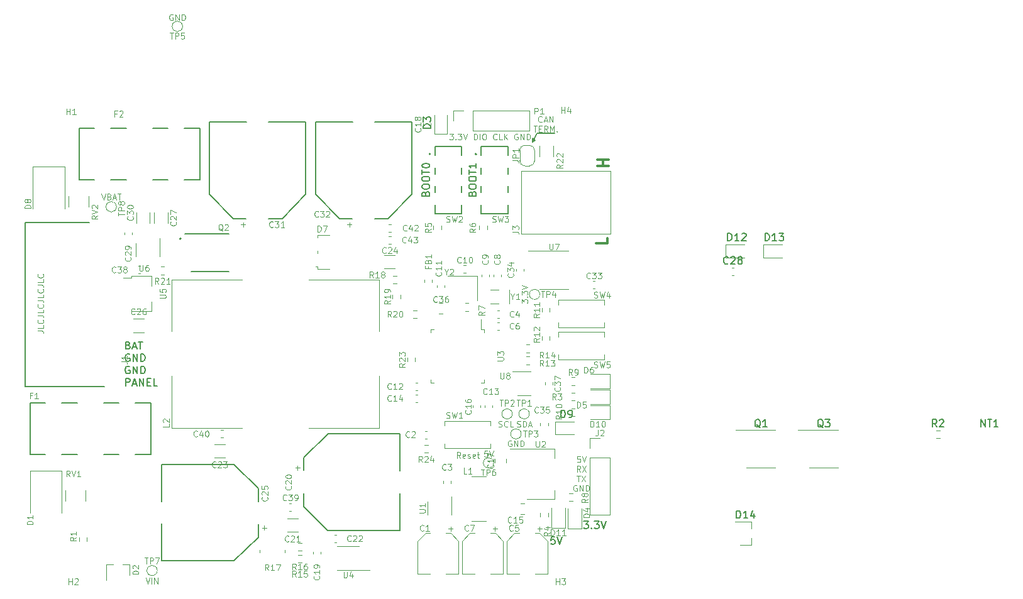
<source format=gto>
G04 #@! TF.GenerationSoftware,KiCad,Pcbnew,5.1.9+dfsg1-1~bpo10+1*
G04 #@! TF.CreationDate,2021-11-07T18:13:51+00:00*
G04 #@! TF.ProjectId,MPPT_Solar_KiCAD,4d505054-5f53-46f6-9c61-725f4b694341,Rev. 2.1*
G04 #@! TF.SameCoordinates,Original*
G04 #@! TF.FileFunction,Legend,Top*
G04 #@! TF.FilePolarity,Positive*
%FSLAX46Y46*%
G04 Gerber Fmt 4.6, Leading zero omitted, Abs format (unit mm)*
G04 Created by KiCad (PCBNEW 5.1.9+dfsg1-1~bpo10+1) date 2021-11-07 18:13:51*
%MOMM*%
%LPD*%
G01*
G04 APERTURE LIST*
%ADD10C,0.100000*%
%ADD11C,0.200000*%
%ADD12C,0.150000*%
%ADD13C,0.300000*%
%ADD14C,0.120000*%
%ADD15C,0.152400*%
%ADD16C,0.127000*%
G04 APERTURE END LIST*
D10*
X82661904Y-66580952D02*
X82661904Y-66085714D01*
X82966666Y-66352380D01*
X82966666Y-66238095D01*
X83004761Y-66161904D01*
X83042857Y-66123809D01*
X83119047Y-66085714D01*
X83309523Y-66085714D01*
X83385714Y-66123809D01*
X83423809Y-66161904D01*
X83461904Y-66238095D01*
X83461904Y-66466666D01*
X83423809Y-66542857D01*
X83385714Y-66580952D01*
X83385714Y-65742857D02*
X83423809Y-65704761D01*
X83461904Y-65742857D01*
X83423809Y-65780952D01*
X83385714Y-65742857D01*
X83461904Y-65742857D01*
X82661904Y-65438095D02*
X82661904Y-64942857D01*
X82966666Y-65209523D01*
X82966666Y-65095238D01*
X83004761Y-65019047D01*
X83042857Y-64980952D01*
X83119047Y-64942857D01*
X83309523Y-64942857D01*
X83385714Y-64980952D01*
X83423809Y-65019047D01*
X83461904Y-65095238D01*
X83461904Y-65323809D01*
X83423809Y-65400000D01*
X83385714Y-65438095D01*
X82661904Y-64714285D02*
X83461904Y-64447619D01*
X82661904Y-64180952D01*
X35690476Y-27700000D02*
X35614285Y-27661904D01*
X35500000Y-27661904D01*
X35385714Y-27700000D01*
X35309523Y-27776190D01*
X35271428Y-27852380D01*
X35233333Y-28004761D01*
X35233333Y-28119047D01*
X35271428Y-28271428D01*
X35309523Y-28347619D01*
X35385714Y-28423809D01*
X35500000Y-28461904D01*
X35576190Y-28461904D01*
X35690476Y-28423809D01*
X35728571Y-28385714D01*
X35728571Y-28119047D01*
X35576190Y-28119047D01*
X36071428Y-28461904D02*
X36071428Y-27661904D01*
X36528571Y-28461904D01*
X36528571Y-27661904D01*
X36909523Y-28461904D02*
X36909523Y-27661904D01*
X37100000Y-27661904D01*
X37214285Y-27700000D01*
X37290476Y-27776190D01*
X37328571Y-27852380D01*
X37366666Y-28004761D01*
X37366666Y-28119047D01*
X37328571Y-28271428D01*
X37290476Y-28347619D01*
X37214285Y-28423809D01*
X37100000Y-28461904D01*
X36909523Y-28461904D01*
X78047619Y-86461904D02*
X77666666Y-86461904D01*
X77628571Y-86842857D01*
X77666666Y-86804761D01*
X77742857Y-86766666D01*
X77933333Y-86766666D01*
X78009523Y-86804761D01*
X78047619Y-86842857D01*
X78085714Y-86919047D01*
X78085714Y-87109523D01*
X78047619Y-87185714D01*
X78009523Y-87223809D01*
X77933333Y-87261904D01*
X77742857Y-87261904D01*
X77666666Y-87223809D01*
X77628571Y-87185714D01*
X78314285Y-86461904D02*
X78580952Y-87261904D01*
X78847619Y-86461904D01*
X32023809Y-103561904D02*
X32290476Y-104361904D01*
X32557142Y-103561904D01*
X32823809Y-104361904D02*
X32823809Y-103561904D01*
X33204761Y-104361904D02*
X33204761Y-103561904D01*
X33661904Y-104361904D01*
X33661904Y-103561904D01*
X26085714Y-51861904D02*
X26352380Y-52661904D01*
X26619047Y-51861904D01*
X27152380Y-52242857D02*
X27266666Y-52280952D01*
X27304761Y-52319047D01*
X27342857Y-52395238D01*
X27342857Y-52509523D01*
X27304761Y-52585714D01*
X27266666Y-52623809D01*
X27190476Y-52661904D01*
X26885714Y-52661904D01*
X26885714Y-51861904D01*
X27152380Y-51861904D01*
X27228571Y-51900000D01*
X27266666Y-51938095D01*
X27304761Y-52014285D01*
X27304761Y-52090476D01*
X27266666Y-52166666D01*
X27228571Y-52204761D01*
X27152380Y-52242857D01*
X26885714Y-52242857D01*
X27647619Y-52433333D02*
X28028571Y-52433333D01*
X27571428Y-52661904D02*
X27838095Y-51861904D01*
X28104761Y-52661904D01*
X28257142Y-51861904D02*
X28714285Y-51861904D01*
X28485714Y-52661904D02*
X28485714Y-51861904D01*
D11*
X84700000Y-43700000D02*
X87100000Y-43700000D01*
X84100000Y-44400000D02*
X84500000Y-44600000D01*
X84100000Y-44900000D02*
X84100000Y-44400000D01*
X84100000Y-44900000D02*
X84500000Y-44600000D01*
X84700000Y-43700000D02*
X84100000Y-44900000D01*
D10*
X17461904Y-70295238D02*
X18033333Y-70295238D01*
X18147619Y-70333333D01*
X18223809Y-70409523D01*
X18261904Y-70523809D01*
X18261904Y-70600000D01*
X18261904Y-69533333D02*
X18261904Y-69914285D01*
X17461904Y-69914285D01*
X18185714Y-68809523D02*
X18223809Y-68847619D01*
X18261904Y-68961904D01*
X18261904Y-69038095D01*
X18223809Y-69152380D01*
X18147619Y-69228571D01*
X18071428Y-69266666D01*
X17919047Y-69304761D01*
X17804761Y-69304761D01*
X17652380Y-69266666D01*
X17576190Y-69228571D01*
X17500000Y-69152380D01*
X17461904Y-69038095D01*
X17461904Y-68961904D01*
X17500000Y-68847619D01*
X17538095Y-68809523D01*
X17461904Y-68238095D02*
X18033333Y-68238095D01*
X18147619Y-68276190D01*
X18223809Y-68352380D01*
X18261904Y-68466666D01*
X18261904Y-68542857D01*
X18261904Y-67476190D02*
X18261904Y-67857142D01*
X17461904Y-67857142D01*
X18185714Y-66752380D02*
X18223809Y-66790476D01*
X18261904Y-66904761D01*
X18261904Y-66980952D01*
X18223809Y-67095238D01*
X18147619Y-67171428D01*
X18071428Y-67209523D01*
X17919047Y-67247619D01*
X17804761Y-67247619D01*
X17652380Y-67209523D01*
X17576190Y-67171428D01*
X17500000Y-67095238D01*
X17461904Y-66980952D01*
X17461904Y-66904761D01*
X17500000Y-66790476D01*
X17538095Y-66752380D01*
X17461904Y-66180952D02*
X18033333Y-66180952D01*
X18147619Y-66219047D01*
X18223809Y-66295238D01*
X18261904Y-66409523D01*
X18261904Y-66485714D01*
X18261904Y-65419047D02*
X18261904Y-65800000D01*
X17461904Y-65800000D01*
X18185714Y-64695238D02*
X18223809Y-64733333D01*
X18261904Y-64847619D01*
X18261904Y-64923809D01*
X18223809Y-65038095D01*
X18147619Y-65114285D01*
X18071428Y-65152380D01*
X17919047Y-65190476D01*
X17804761Y-65190476D01*
X17652380Y-65152380D01*
X17576190Y-65114285D01*
X17500000Y-65038095D01*
X17461904Y-64923809D01*
X17461904Y-64847619D01*
X17500000Y-64733333D01*
X17538095Y-64695238D01*
X17461904Y-64123809D02*
X18033333Y-64123809D01*
X18147619Y-64161904D01*
X18223809Y-64238095D01*
X18261904Y-64352380D01*
X18261904Y-64428571D01*
X18261904Y-63361904D02*
X18261904Y-63742857D01*
X17461904Y-63742857D01*
X18185714Y-62638095D02*
X18223809Y-62676190D01*
X18261904Y-62790476D01*
X18261904Y-62866666D01*
X18223809Y-62980952D01*
X18147619Y-63057142D01*
X18071428Y-63095238D01*
X17919047Y-63133333D01*
X17804761Y-63133333D01*
X17652380Y-63095238D01*
X17576190Y-63057142D01*
X17500000Y-62980952D01*
X17461904Y-62866666D01*
X17461904Y-62790476D01*
X17500000Y-62676190D01*
X17538095Y-62638095D01*
D12*
X76028571Y-51833333D02*
X76076190Y-51690476D01*
X76123809Y-51642857D01*
X76219047Y-51595238D01*
X76361904Y-51595238D01*
X76457142Y-51642857D01*
X76504761Y-51690476D01*
X76552380Y-51785714D01*
X76552380Y-52166666D01*
X75552380Y-52166666D01*
X75552380Y-51833333D01*
X75600000Y-51738095D01*
X75647619Y-51690476D01*
X75742857Y-51642857D01*
X75838095Y-51642857D01*
X75933333Y-51690476D01*
X75980952Y-51738095D01*
X76028571Y-51833333D01*
X76028571Y-52166666D01*
X75552380Y-50976190D02*
X75552380Y-50785714D01*
X75600000Y-50690476D01*
X75695238Y-50595238D01*
X75885714Y-50547619D01*
X76219047Y-50547619D01*
X76409523Y-50595238D01*
X76504761Y-50690476D01*
X76552380Y-50785714D01*
X76552380Y-50976190D01*
X76504761Y-51071428D01*
X76409523Y-51166666D01*
X76219047Y-51214285D01*
X75885714Y-51214285D01*
X75695238Y-51166666D01*
X75600000Y-51071428D01*
X75552380Y-50976190D01*
X75552380Y-49928571D02*
X75552380Y-49738095D01*
X75600000Y-49642857D01*
X75695238Y-49547619D01*
X75885714Y-49500000D01*
X76219047Y-49500000D01*
X76409523Y-49547619D01*
X76504761Y-49642857D01*
X76552380Y-49738095D01*
X76552380Y-49928571D01*
X76504761Y-50023809D01*
X76409523Y-50119047D01*
X76219047Y-50166666D01*
X75885714Y-50166666D01*
X75695238Y-50119047D01*
X75600000Y-50023809D01*
X75552380Y-49928571D01*
X75552380Y-49214285D02*
X75552380Y-48642857D01*
X76552380Y-48928571D02*
X75552380Y-48928571D01*
X76552380Y-47785714D02*
X76552380Y-48357142D01*
X76552380Y-48071428D02*
X75552380Y-48071428D01*
X75695238Y-48166666D01*
X75790476Y-48261904D01*
X75838095Y-48357142D01*
X69728571Y-51833333D02*
X69776190Y-51690476D01*
X69823809Y-51642857D01*
X69919047Y-51595238D01*
X70061904Y-51595238D01*
X70157142Y-51642857D01*
X70204761Y-51690476D01*
X70252380Y-51785714D01*
X70252380Y-52166666D01*
X69252380Y-52166666D01*
X69252380Y-51833333D01*
X69300000Y-51738095D01*
X69347619Y-51690476D01*
X69442857Y-51642857D01*
X69538095Y-51642857D01*
X69633333Y-51690476D01*
X69680952Y-51738095D01*
X69728571Y-51833333D01*
X69728571Y-52166666D01*
X69252380Y-50976190D02*
X69252380Y-50785714D01*
X69300000Y-50690476D01*
X69395238Y-50595238D01*
X69585714Y-50547619D01*
X69919047Y-50547619D01*
X70109523Y-50595238D01*
X70204761Y-50690476D01*
X70252380Y-50785714D01*
X70252380Y-50976190D01*
X70204761Y-51071428D01*
X70109523Y-51166666D01*
X69919047Y-51214285D01*
X69585714Y-51214285D01*
X69395238Y-51166666D01*
X69300000Y-51071428D01*
X69252380Y-50976190D01*
X69252380Y-49928571D02*
X69252380Y-49738095D01*
X69300000Y-49642857D01*
X69395238Y-49547619D01*
X69585714Y-49500000D01*
X69919047Y-49500000D01*
X70109523Y-49547619D01*
X70204761Y-49642857D01*
X70252380Y-49738095D01*
X70252380Y-49928571D01*
X70204761Y-50023809D01*
X70109523Y-50119047D01*
X69919047Y-50166666D01*
X69585714Y-50166666D01*
X69395238Y-50119047D01*
X69300000Y-50023809D01*
X69252380Y-49928571D01*
X69252380Y-49214285D02*
X69252380Y-48642857D01*
X70252380Y-48928571D02*
X69252380Y-48928571D01*
X69252380Y-48119047D02*
X69252380Y-48023809D01*
X69300000Y-47928571D01*
X69347619Y-47880952D01*
X69442857Y-47833333D01*
X69633333Y-47785714D01*
X69871428Y-47785714D01*
X70061904Y-47833333D01*
X70157142Y-47880952D01*
X70204761Y-47928571D01*
X70252380Y-48023809D01*
X70252380Y-48119047D01*
X70204761Y-48214285D01*
X70157142Y-48261904D01*
X70061904Y-48309523D01*
X69871428Y-48357142D01*
X69633333Y-48357142D01*
X69442857Y-48309523D01*
X69347619Y-48261904D01*
X69300000Y-48214285D01*
X69252380Y-48119047D01*
X91023809Y-95952380D02*
X91642857Y-95952380D01*
X91309523Y-96333333D01*
X91452380Y-96333333D01*
X91547619Y-96380952D01*
X91595238Y-96428571D01*
X91642857Y-96523809D01*
X91642857Y-96761904D01*
X91595238Y-96857142D01*
X91547619Y-96904761D01*
X91452380Y-96952380D01*
X91166666Y-96952380D01*
X91071428Y-96904761D01*
X91023809Y-96857142D01*
X92071428Y-96857142D02*
X92119047Y-96904761D01*
X92071428Y-96952380D01*
X92023809Y-96904761D01*
X92071428Y-96857142D01*
X92071428Y-96952380D01*
X92452380Y-95952380D02*
X93071428Y-95952380D01*
X92738095Y-96333333D01*
X92880952Y-96333333D01*
X92976190Y-96380952D01*
X93023809Y-96428571D01*
X93071428Y-96523809D01*
X93071428Y-96761904D01*
X93023809Y-96857142D01*
X92976190Y-96904761D01*
X92880952Y-96952380D01*
X92595238Y-96952380D01*
X92500000Y-96904761D01*
X92452380Y-96857142D01*
X93357142Y-95952380D02*
X93690476Y-96952380D01*
X94023809Y-95952380D01*
X87109523Y-98052380D02*
X86633333Y-98052380D01*
X86585714Y-98528571D01*
X86633333Y-98480952D01*
X86728571Y-98433333D01*
X86966666Y-98433333D01*
X87061904Y-98480952D01*
X87109523Y-98528571D01*
X87157142Y-98623809D01*
X87157142Y-98861904D01*
X87109523Y-98957142D01*
X87061904Y-99004761D01*
X86966666Y-99052380D01*
X86728571Y-99052380D01*
X86633333Y-99004761D01*
X86585714Y-98957142D01*
X87442857Y-98052380D02*
X87776190Y-99052380D01*
X88109523Y-98052380D01*
D10*
X81290476Y-85100000D02*
X81214285Y-85061904D01*
X81100000Y-85061904D01*
X80985714Y-85100000D01*
X80909523Y-85176190D01*
X80871428Y-85252380D01*
X80833333Y-85404761D01*
X80833333Y-85519047D01*
X80871428Y-85671428D01*
X80909523Y-85747619D01*
X80985714Y-85823809D01*
X81100000Y-85861904D01*
X81176190Y-85861904D01*
X81290476Y-85823809D01*
X81328571Y-85785714D01*
X81328571Y-85519047D01*
X81176190Y-85519047D01*
X81671428Y-85861904D02*
X81671428Y-85061904D01*
X82128571Y-85861904D01*
X82128571Y-85061904D01*
X82509523Y-85861904D02*
X82509523Y-85061904D01*
X82700000Y-85061904D01*
X82814285Y-85100000D01*
X82890476Y-85176190D01*
X82928571Y-85252380D01*
X82966666Y-85404761D01*
X82966666Y-85519047D01*
X82928571Y-85671428D01*
X82890476Y-85747619D01*
X82814285Y-85823809D01*
X82700000Y-85861904D01*
X82509523Y-85861904D01*
X90547619Y-87211904D02*
X90166666Y-87211904D01*
X90128571Y-87592857D01*
X90166666Y-87554761D01*
X90242857Y-87516666D01*
X90433333Y-87516666D01*
X90509523Y-87554761D01*
X90547619Y-87592857D01*
X90585714Y-87669047D01*
X90585714Y-87859523D01*
X90547619Y-87935714D01*
X90509523Y-87973809D01*
X90433333Y-88011904D01*
X90242857Y-88011904D01*
X90166666Y-87973809D01*
X90128571Y-87935714D01*
X90814285Y-87211904D02*
X91080952Y-88011904D01*
X91347619Y-87211904D01*
X90566666Y-89311904D02*
X90300000Y-88930952D01*
X90109523Y-89311904D02*
X90109523Y-88511904D01*
X90414285Y-88511904D01*
X90490476Y-88550000D01*
X90528571Y-88588095D01*
X90566666Y-88664285D01*
X90566666Y-88778571D01*
X90528571Y-88854761D01*
X90490476Y-88892857D01*
X90414285Y-88930952D01*
X90109523Y-88930952D01*
X90833333Y-88511904D02*
X91366666Y-89311904D01*
X91366666Y-88511904D02*
X90833333Y-89311904D01*
X90090476Y-89811904D02*
X90547619Y-89811904D01*
X90319047Y-90611904D02*
X90319047Y-89811904D01*
X90738095Y-89811904D02*
X91271428Y-90611904D01*
X91271428Y-89811904D02*
X90738095Y-90611904D01*
X90090476Y-91150000D02*
X90014285Y-91111904D01*
X89900000Y-91111904D01*
X89785714Y-91150000D01*
X89709523Y-91226190D01*
X89671428Y-91302380D01*
X89633333Y-91454761D01*
X89633333Y-91569047D01*
X89671428Y-91721428D01*
X89709523Y-91797619D01*
X89785714Y-91873809D01*
X89900000Y-91911904D01*
X89976190Y-91911904D01*
X90090476Y-91873809D01*
X90128571Y-91835714D01*
X90128571Y-91569047D01*
X89976190Y-91569047D01*
X90471428Y-91911904D02*
X90471428Y-91111904D01*
X90928571Y-91911904D01*
X90928571Y-91111904D01*
X91309523Y-91911904D02*
X91309523Y-91111904D01*
X91500000Y-91111904D01*
X91614285Y-91150000D01*
X91690476Y-91226190D01*
X91728571Y-91302380D01*
X91766666Y-91454761D01*
X91766666Y-91569047D01*
X91728571Y-91721428D01*
X91690476Y-91797619D01*
X91614285Y-91873809D01*
X91500000Y-91911904D01*
X91309523Y-91911904D01*
D12*
X29668928Y-72253571D02*
X29811785Y-72301190D01*
X29859404Y-72348809D01*
X29907023Y-72444047D01*
X29907023Y-72586904D01*
X29859404Y-72682142D01*
X29811785Y-72729761D01*
X29716547Y-72777380D01*
X29335595Y-72777380D01*
X29335595Y-71777380D01*
X29668928Y-71777380D01*
X29764166Y-71825000D01*
X29811785Y-71872619D01*
X29859404Y-71967857D01*
X29859404Y-72063095D01*
X29811785Y-72158333D01*
X29764166Y-72205952D01*
X29668928Y-72253571D01*
X29335595Y-72253571D01*
X30287976Y-72491666D02*
X30764166Y-72491666D01*
X30192738Y-72777380D02*
X30526071Y-71777380D01*
X30859404Y-72777380D01*
X31049880Y-71777380D02*
X31621309Y-71777380D01*
X31335595Y-72777380D02*
X31335595Y-71777380D01*
X29859404Y-73475000D02*
X29764166Y-73427380D01*
X29621309Y-73427380D01*
X29478452Y-73475000D01*
X29383214Y-73570238D01*
X29335595Y-73665476D01*
X29287976Y-73855952D01*
X29287976Y-73998809D01*
X29335595Y-74189285D01*
X29383214Y-74284523D01*
X29478452Y-74379761D01*
X29621309Y-74427380D01*
X29716547Y-74427380D01*
X29859404Y-74379761D01*
X29907023Y-74332142D01*
X29907023Y-73998809D01*
X29716547Y-73998809D01*
X30335595Y-74427380D02*
X30335595Y-73427380D01*
X30907023Y-74427380D01*
X30907023Y-73427380D01*
X31383214Y-74427380D02*
X31383214Y-73427380D01*
X31621309Y-73427380D01*
X31764166Y-73475000D01*
X31859404Y-73570238D01*
X31907023Y-73665476D01*
X31954642Y-73855952D01*
X31954642Y-73998809D01*
X31907023Y-74189285D01*
X31859404Y-74284523D01*
X31764166Y-74379761D01*
X31621309Y-74427380D01*
X31383214Y-74427380D01*
X29859404Y-75125000D02*
X29764166Y-75077380D01*
X29621309Y-75077380D01*
X29478452Y-75125000D01*
X29383214Y-75220238D01*
X29335595Y-75315476D01*
X29287976Y-75505952D01*
X29287976Y-75648809D01*
X29335595Y-75839285D01*
X29383214Y-75934523D01*
X29478452Y-76029761D01*
X29621309Y-76077380D01*
X29716547Y-76077380D01*
X29859404Y-76029761D01*
X29907023Y-75982142D01*
X29907023Y-75648809D01*
X29716547Y-75648809D01*
X30335595Y-76077380D02*
X30335595Y-75077380D01*
X30907023Y-76077380D01*
X30907023Y-75077380D01*
X31383214Y-76077380D02*
X31383214Y-75077380D01*
X31621309Y-75077380D01*
X31764166Y-75125000D01*
X31859404Y-75220238D01*
X31907023Y-75315476D01*
X31954642Y-75505952D01*
X31954642Y-75648809D01*
X31907023Y-75839285D01*
X31859404Y-75934523D01*
X31764166Y-76029761D01*
X31621309Y-76077380D01*
X31383214Y-76077380D01*
X29335595Y-77727380D02*
X29335595Y-76727380D01*
X29716547Y-76727380D01*
X29811785Y-76775000D01*
X29859404Y-76822619D01*
X29907023Y-76917857D01*
X29907023Y-77060714D01*
X29859404Y-77155952D01*
X29811785Y-77203571D01*
X29716547Y-77251190D01*
X29335595Y-77251190D01*
X30287976Y-77441666D02*
X30764166Y-77441666D01*
X30192738Y-77727380D02*
X30526071Y-76727380D01*
X30859404Y-77727380D01*
X31192738Y-77727380D02*
X31192738Y-76727380D01*
X31764166Y-77727380D01*
X31764166Y-76727380D01*
X32240357Y-77203571D02*
X32573690Y-77203571D01*
X32716547Y-77727380D02*
X32240357Y-77727380D01*
X32240357Y-76727380D01*
X32716547Y-76727380D01*
X33621309Y-77727380D02*
X33145119Y-77727380D01*
X33145119Y-76727380D01*
D10*
X85385714Y-42135714D02*
X85347619Y-42173809D01*
X85233333Y-42211904D01*
X85157142Y-42211904D01*
X85042857Y-42173809D01*
X84966666Y-42097619D01*
X84928571Y-42021428D01*
X84890476Y-41869047D01*
X84890476Y-41754761D01*
X84928571Y-41602380D01*
X84966666Y-41526190D01*
X85042857Y-41450000D01*
X85157142Y-41411904D01*
X85233333Y-41411904D01*
X85347619Y-41450000D01*
X85385714Y-41488095D01*
X85690476Y-41983333D02*
X86071428Y-41983333D01*
X85614285Y-42211904D02*
X85880952Y-41411904D01*
X86147619Y-42211904D01*
X86414285Y-42211904D02*
X86414285Y-41411904D01*
X86871428Y-42211904D01*
X86871428Y-41411904D01*
X84261904Y-42711904D02*
X84719047Y-42711904D01*
X84490476Y-43511904D02*
X84490476Y-42711904D01*
X84985714Y-43092857D02*
X85252380Y-43092857D01*
X85366666Y-43511904D02*
X84985714Y-43511904D01*
X84985714Y-42711904D01*
X85366666Y-42711904D01*
X86166666Y-43511904D02*
X85900000Y-43130952D01*
X85709523Y-43511904D02*
X85709523Y-42711904D01*
X86014285Y-42711904D01*
X86090476Y-42750000D01*
X86128571Y-42788095D01*
X86166666Y-42864285D01*
X86166666Y-42978571D01*
X86128571Y-43054761D01*
X86090476Y-43092857D01*
X86014285Y-43130952D01*
X85709523Y-43130952D01*
X86509523Y-43511904D02*
X86509523Y-42711904D01*
X86776190Y-43283333D01*
X87042857Y-42711904D01*
X87042857Y-43511904D01*
X87423809Y-43435714D02*
X87461904Y-43473809D01*
X87423809Y-43511904D01*
X87385714Y-43473809D01*
X87423809Y-43435714D01*
X87423809Y-43511904D01*
X72952380Y-43761904D02*
X73447619Y-43761904D01*
X73180952Y-44066666D01*
X73295238Y-44066666D01*
X73371428Y-44104761D01*
X73409523Y-44142857D01*
X73447619Y-44219047D01*
X73447619Y-44409523D01*
X73409523Y-44485714D01*
X73371428Y-44523809D01*
X73295238Y-44561904D01*
X73066666Y-44561904D01*
X72990476Y-44523809D01*
X72952380Y-44485714D01*
X73790476Y-44485714D02*
X73828571Y-44523809D01*
X73790476Y-44561904D01*
X73752380Y-44523809D01*
X73790476Y-44485714D01*
X73790476Y-44561904D01*
X74095238Y-43761904D02*
X74590476Y-43761904D01*
X74323809Y-44066666D01*
X74438095Y-44066666D01*
X74514285Y-44104761D01*
X74552380Y-44142857D01*
X74590476Y-44219047D01*
X74590476Y-44409523D01*
X74552380Y-44485714D01*
X74514285Y-44523809D01*
X74438095Y-44561904D01*
X74209523Y-44561904D01*
X74133333Y-44523809D01*
X74095238Y-44485714D01*
X74819047Y-43761904D02*
X75085714Y-44561904D01*
X75352380Y-43761904D01*
X76228571Y-44561904D02*
X76228571Y-43761904D01*
X76419047Y-43761904D01*
X76533333Y-43800000D01*
X76609523Y-43876190D01*
X76647619Y-43952380D01*
X76685714Y-44104761D01*
X76685714Y-44219047D01*
X76647619Y-44371428D01*
X76609523Y-44447619D01*
X76533333Y-44523809D01*
X76419047Y-44561904D01*
X76228571Y-44561904D01*
X77028571Y-44561904D02*
X77028571Y-43761904D01*
X77561904Y-43761904D02*
X77714285Y-43761904D01*
X77790476Y-43800000D01*
X77866666Y-43876190D01*
X77904761Y-44028571D01*
X77904761Y-44295238D01*
X77866666Y-44447619D01*
X77790476Y-44523809D01*
X77714285Y-44561904D01*
X77561904Y-44561904D01*
X77485714Y-44523809D01*
X77409523Y-44447619D01*
X77371428Y-44295238D01*
X77371428Y-44028571D01*
X77409523Y-43876190D01*
X77485714Y-43800000D01*
X77561904Y-43761904D01*
X79314285Y-44485714D02*
X79276190Y-44523809D01*
X79161904Y-44561904D01*
X79085714Y-44561904D01*
X78971428Y-44523809D01*
X78895238Y-44447619D01*
X78857142Y-44371428D01*
X78819047Y-44219047D01*
X78819047Y-44104761D01*
X78857142Y-43952380D01*
X78895238Y-43876190D01*
X78971428Y-43800000D01*
X79085714Y-43761904D01*
X79161904Y-43761904D01*
X79276190Y-43800000D01*
X79314285Y-43838095D01*
X80038095Y-44561904D02*
X79657142Y-44561904D01*
X79657142Y-43761904D01*
X80304761Y-44561904D02*
X80304761Y-43761904D01*
X80761904Y-44561904D02*
X80419047Y-44104761D01*
X80761904Y-43761904D02*
X80304761Y-44219047D01*
X82133333Y-43800000D02*
X82057142Y-43761904D01*
X81942857Y-43761904D01*
X81828571Y-43800000D01*
X81752380Y-43876190D01*
X81714285Y-43952380D01*
X81676190Y-44104761D01*
X81676190Y-44219047D01*
X81714285Y-44371428D01*
X81752380Y-44447619D01*
X81828571Y-44523809D01*
X81942857Y-44561904D01*
X82019047Y-44561904D01*
X82133333Y-44523809D01*
X82171428Y-44485714D01*
X82171428Y-44219047D01*
X82019047Y-44219047D01*
X82514285Y-44561904D02*
X82514285Y-43761904D01*
X82971428Y-44561904D01*
X82971428Y-43761904D01*
X83352380Y-44561904D02*
X83352380Y-43761904D01*
X83542857Y-43761904D01*
X83657142Y-43800000D01*
X83733333Y-43876190D01*
X83771428Y-43952380D01*
X83809523Y-44104761D01*
X83809523Y-44219047D01*
X83771428Y-44371428D01*
X83733333Y-44447619D01*
X83657142Y-44523809D01*
X83542857Y-44561904D01*
X83352380Y-44561904D01*
D13*
X94378571Y-48128571D02*
X92878571Y-48128571D01*
X93592857Y-48128571D02*
X93592857Y-47271428D01*
X94378571Y-47271428D02*
X92878571Y-47271428D01*
X94178571Y-57835714D02*
X94178571Y-58550000D01*
X92678571Y-58550000D01*
D10*
X74409523Y-87461904D02*
X74142857Y-87080952D01*
X73952380Y-87461904D02*
X73952380Y-86661904D01*
X74257142Y-86661904D01*
X74333333Y-86700000D01*
X74371428Y-86738095D01*
X74409523Y-86814285D01*
X74409523Y-86928571D01*
X74371428Y-87004761D01*
X74333333Y-87042857D01*
X74257142Y-87080952D01*
X73952380Y-87080952D01*
X75057142Y-87423809D02*
X74980952Y-87461904D01*
X74828571Y-87461904D01*
X74752380Y-87423809D01*
X74714285Y-87347619D01*
X74714285Y-87042857D01*
X74752380Y-86966666D01*
X74828571Y-86928571D01*
X74980952Y-86928571D01*
X75057142Y-86966666D01*
X75095238Y-87042857D01*
X75095238Y-87119047D01*
X74714285Y-87195238D01*
X75400000Y-87423809D02*
X75476190Y-87461904D01*
X75628571Y-87461904D01*
X75704761Y-87423809D01*
X75742857Y-87347619D01*
X75742857Y-87309523D01*
X75704761Y-87233333D01*
X75628571Y-87195238D01*
X75514285Y-87195238D01*
X75438095Y-87157142D01*
X75400000Y-87080952D01*
X75400000Y-87042857D01*
X75438095Y-86966666D01*
X75514285Y-86928571D01*
X75628571Y-86928571D01*
X75704761Y-86966666D01*
X76390476Y-87423809D02*
X76314285Y-87461904D01*
X76161904Y-87461904D01*
X76085714Y-87423809D01*
X76047619Y-87347619D01*
X76047619Y-87042857D01*
X76085714Y-86966666D01*
X76161904Y-86928571D01*
X76314285Y-86928571D01*
X76390476Y-86966666D01*
X76428571Y-87042857D01*
X76428571Y-87119047D01*
X76047619Y-87195238D01*
X76657142Y-86928571D02*
X76961904Y-86928571D01*
X76771428Y-86661904D02*
X76771428Y-87347619D01*
X76809523Y-87423809D01*
X76885714Y-87461904D01*
X76961904Y-87461904D01*
X79547619Y-83223809D02*
X79661904Y-83261904D01*
X79852380Y-83261904D01*
X79928571Y-83223809D01*
X79966666Y-83185714D01*
X80004761Y-83109523D01*
X80004761Y-83033333D01*
X79966666Y-82957142D01*
X79928571Y-82919047D01*
X79852380Y-82880952D01*
X79700000Y-82842857D01*
X79623809Y-82804761D01*
X79585714Y-82766666D01*
X79547619Y-82690476D01*
X79547619Y-82614285D01*
X79585714Y-82538095D01*
X79623809Y-82500000D01*
X79700000Y-82461904D01*
X79890476Y-82461904D01*
X80004761Y-82500000D01*
X80804761Y-83185714D02*
X80766666Y-83223809D01*
X80652380Y-83261904D01*
X80576190Y-83261904D01*
X80461904Y-83223809D01*
X80385714Y-83147619D01*
X80347619Y-83071428D01*
X80309523Y-82919047D01*
X80309523Y-82804761D01*
X80347619Y-82652380D01*
X80385714Y-82576190D01*
X80461904Y-82500000D01*
X80576190Y-82461904D01*
X80652380Y-82461904D01*
X80766666Y-82500000D01*
X80804761Y-82538095D01*
X81528571Y-83261904D02*
X81147619Y-83261904D01*
X81147619Y-82461904D01*
X82028571Y-83223809D02*
X82142857Y-83261904D01*
X82333333Y-83261904D01*
X82409523Y-83223809D01*
X82447619Y-83185714D01*
X82485714Y-83109523D01*
X82485714Y-83033333D01*
X82447619Y-82957142D01*
X82409523Y-82919047D01*
X82333333Y-82880952D01*
X82180952Y-82842857D01*
X82104761Y-82804761D01*
X82066666Y-82766666D01*
X82028571Y-82690476D01*
X82028571Y-82614285D01*
X82066666Y-82538095D01*
X82104761Y-82500000D01*
X82180952Y-82461904D01*
X82371428Y-82461904D01*
X82485714Y-82500000D01*
X82828571Y-83261904D02*
X82828571Y-82461904D01*
X83019047Y-82461904D01*
X83133333Y-82500000D01*
X83209523Y-82576190D01*
X83247619Y-82652380D01*
X83285714Y-82804761D01*
X83285714Y-82919047D01*
X83247619Y-83071428D01*
X83209523Y-83147619D01*
X83133333Y-83223809D01*
X83019047Y-83261904D01*
X82828571Y-83261904D01*
X83590476Y-83033333D02*
X83971428Y-83033333D01*
X83514285Y-83261904D02*
X83780952Y-82461904D01*
X84047619Y-83261904D01*
D14*
X123350000Y-83640000D02*
X119900000Y-83640000D01*
X123350000Y-83640000D02*
X125300000Y-83640000D01*
X123350000Y-88760000D02*
X121400000Y-88760000D01*
X123350000Y-88760000D02*
X125300000Y-88760000D01*
X114900000Y-83640000D02*
X111450000Y-83640000D01*
X114900000Y-83640000D02*
X116850000Y-83640000D01*
X114900000Y-88760000D02*
X112950000Y-88760000D01*
X114900000Y-88760000D02*
X116850000Y-88760000D01*
D11*
X26500000Y-77800000D02*
X15800000Y-77800000D01*
X15800000Y-77800000D02*
X15800000Y-55700000D01*
X15800000Y-55700000D02*
X24400000Y-55700000D01*
D14*
X138482742Y-84752500D02*
X138957258Y-84752500D01*
X138482742Y-83707500D02*
X138957258Y-83707500D01*
X113560000Y-99180000D02*
X112100000Y-99180000D01*
X113560000Y-96020000D02*
X111400000Y-96020000D01*
X113560000Y-96020000D02*
X113560000Y-96950000D01*
X113560000Y-99180000D02*
X113560000Y-98250000D01*
X115170000Y-58720000D02*
X117720000Y-58720000D01*
X115170000Y-60420000D02*
X117720000Y-60420000D01*
X115170000Y-58720000D02*
X115170000Y-60420000D01*
X110120000Y-58720000D02*
X112670000Y-58720000D01*
X110120000Y-60420000D02*
X112670000Y-60420000D01*
X110120000Y-58720000D02*
X110120000Y-60420000D01*
X87200000Y-82550000D02*
X89750000Y-82550000D01*
X87200000Y-84250000D02*
X89750000Y-84250000D01*
X87200000Y-82550000D02*
X87200000Y-84250000D01*
X70950000Y-43800000D02*
X70950000Y-41250000D01*
X72650000Y-43800000D02*
X72650000Y-41250000D01*
X70950000Y-43800000D02*
X72650000Y-43800000D01*
X21645000Y-52176263D02*
X21645000Y-53623737D01*
X24355000Y-52176263D02*
X24355000Y-53623737D01*
D15*
X33000000Y-49992500D02*
X35058260Y-49992500D01*
X35058260Y-43007500D02*
X33000000Y-43007500D01*
X37247740Y-49992500D02*
X39328000Y-49992500D01*
X27341740Y-49992500D02*
X29400000Y-50000000D01*
X25152260Y-43007500D02*
X23072000Y-43007500D01*
X29400000Y-43000000D02*
X27341740Y-43007500D01*
X39328000Y-43007500D02*
X37247740Y-43007500D01*
X39328000Y-49992500D02*
X39328000Y-43007500D01*
X23072000Y-49992500D02*
X25152260Y-49992500D01*
X23072000Y-43007500D02*
X23072000Y-49992500D01*
D14*
X21150000Y-48150000D02*
X21150000Y-53850000D01*
X16850000Y-48150000D02*
X16850000Y-53850000D01*
X21150000Y-48150000D02*
X16850000Y-48150000D01*
X21245000Y-91788763D02*
X21245000Y-93236237D01*
X23955000Y-91788763D02*
X23955000Y-93236237D01*
D15*
X26400000Y-86992500D02*
X28458260Y-86992500D01*
X28458260Y-80007500D02*
X26400000Y-80007500D01*
X30647740Y-86992500D02*
X32728000Y-86992500D01*
X20741740Y-86992500D02*
X22800000Y-87000000D01*
X18552260Y-80007500D02*
X16472000Y-80007500D01*
X22800000Y-80000000D02*
X20741740Y-80007500D01*
X32728000Y-80007500D02*
X30647740Y-80007500D01*
X32728000Y-86992500D02*
X32728000Y-80007500D01*
X16472000Y-86992500D02*
X18552260Y-86992500D01*
X16472000Y-80007500D02*
X16472000Y-86992500D01*
D14*
X20750000Y-89150000D02*
X20750000Y-94850000D01*
X16450000Y-89150000D02*
X16450000Y-94850000D01*
X20750000Y-89150000D02*
X16450000Y-89150000D01*
X23077500Y-98162742D02*
X23077500Y-98637258D01*
X24122500Y-98162742D02*
X24122500Y-98637258D01*
X29880000Y-101740000D02*
X29880000Y-103200000D01*
X26720000Y-101740000D02*
X26720000Y-103900000D01*
X26720000Y-101740000D02*
X27650000Y-101740000D01*
X29880000Y-101740000D02*
X28950000Y-101740000D01*
X110959420Y-61790000D02*
X111240580Y-61790000D01*
X110959420Y-62810000D02*
X111240580Y-62810000D01*
X81100000Y-86190000D02*
X87110000Y-86190000D01*
X83350000Y-93010000D02*
X87110000Y-93010000D01*
X87110000Y-86190000D02*
X87110000Y-87450000D01*
X87110000Y-93010000D02*
X87110000Y-91750000D01*
X32610000Y-55811252D02*
X32610000Y-54388748D01*
X30790000Y-55811252D02*
X30790000Y-54388748D01*
X35010000Y-55811252D02*
X35010000Y-54388748D01*
X33190000Y-55811252D02*
X33190000Y-54388748D01*
X30376248Y-70510000D02*
X31798752Y-70510000D01*
X30376248Y-68690000D02*
X31798752Y-68690000D01*
X64188748Y-61910000D02*
X65611252Y-61910000D01*
X64188748Y-60090000D02*
X65611252Y-60090000D01*
X42711252Y-85590000D02*
X41288748Y-85590000D01*
X42711252Y-87410000D02*
X41288748Y-87410000D01*
X52511252Y-95590000D02*
X51088748Y-95590000D01*
X52511252Y-97410000D02*
X51088748Y-97410000D01*
X89837258Y-80777500D02*
X89362742Y-80777500D01*
X89837258Y-81822500D02*
X89362742Y-81822500D01*
X89837258Y-76577500D02*
X89362742Y-76577500D01*
X89837258Y-77622500D02*
X89362742Y-77622500D01*
X89837258Y-78677500D02*
X89362742Y-78677500D01*
X89837258Y-79722500D02*
X89362742Y-79722500D01*
X28100000Y-53600000D02*
G75*
G03*
X28100000Y-53600000I-700000J0D01*
G01*
X33600000Y-102600000D02*
G75*
G03*
X33600000Y-102600000I-700000J0D01*
G01*
X78900000Y-88100000D02*
G75*
G03*
X78900000Y-88100000I-700000J0D01*
G01*
X37000000Y-29300000D02*
G75*
G03*
X37000000Y-29300000I-700000J0D01*
G01*
X85100000Y-65400000D02*
G75*
G03*
X85100000Y-65400000I-700000J0D01*
G01*
X73210000Y-95100000D02*
X73210000Y-92650000D01*
X69990000Y-93300000D02*
X69990000Y-95100000D01*
X65040580Y-57590000D02*
X64759420Y-57590000D01*
X65040580Y-58610000D02*
X64759420Y-58610000D01*
X65040580Y-55990000D02*
X64759420Y-55990000D01*
X65040580Y-57010000D02*
X64759420Y-57010000D01*
X42159420Y-84710000D02*
X42440580Y-84710000D01*
X42159420Y-83690000D02*
X42440580Y-83690000D01*
X51640580Y-93590000D02*
X51359420Y-93590000D01*
X51640580Y-94610000D02*
X51359420Y-94610000D01*
X31059420Y-62610000D02*
X31340580Y-62610000D01*
X31059420Y-61590000D02*
X31340580Y-61590000D01*
X86910000Y-46827064D02*
X86910000Y-45372936D01*
X85090000Y-46827064D02*
X85090000Y-45372936D01*
X55610000Y-100340580D02*
X55610000Y-100059420D01*
X54590000Y-100340580D02*
X54590000Y-100059420D01*
X70037258Y-85677500D02*
X69562742Y-85677500D01*
X70037258Y-86722500D02*
X69562742Y-86722500D01*
X55140000Y-59860000D02*
X55140000Y-59540000D01*
X54900000Y-61620000D02*
X55140000Y-61620000D01*
X56800000Y-57440000D02*
X55140000Y-57440000D01*
X55140000Y-61960000D02*
X56800000Y-61960000D01*
X55140000Y-61620000D02*
X55140000Y-61960000D01*
X55140000Y-57440000D02*
X55140000Y-57780000D01*
D16*
X38200000Y-62350000D02*
X43200000Y-62350000D01*
X37300000Y-57250000D02*
X43200000Y-57250000D01*
D11*
X36800000Y-57900000D02*
G75*
G03*
X36800000Y-57900000I-100000J0D01*
G01*
X64700000Y-55200000D02*
X62900000Y-55200000D01*
X67900000Y-51950000D02*
X64700000Y-55200000D01*
X58100000Y-55200000D02*
X59800000Y-55200000D01*
X54900000Y-51900000D02*
X58100000Y-55200000D01*
X54900000Y-42200000D02*
X59900000Y-42200000D01*
X67900000Y-42200000D02*
X62900000Y-42200000D01*
X54900000Y-51900000D02*
X54900000Y-42200000D01*
X67900000Y-51950000D02*
X67900000Y-42200000D01*
D14*
X83262742Y-73222500D02*
X83737258Y-73222500D01*
X83262742Y-72177500D02*
X83737258Y-72177500D01*
X82600000Y-84200000D02*
G75*
G03*
X82600000Y-84200000I-700000J0D01*
G01*
X77160000Y-70090000D02*
X77160000Y-68800000D01*
X77610000Y-70090000D02*
X77160000Y-70090000D01*
X77610000Y-70540000D02*
X77610000Y-70090000D01*
X77610000Y-77310000D02*
X77160000Y-77310000D01*
X77610000Y-76860000D02*
X77610000Y-77310000D01*
X70390000Y-70090000D02*
X70840000Y-70090000D01*
X70390000Y-70540000D02*
X70390000Y-70090000D01*
X70390000Y-77310000D02*
X70840000Y-77310000D01*
X70390000Y-76860000D02*
X70390000Y-77310000D01*
X68322500Y-74437258D02*
X68322500Y-73962742D01*
X67277500Y-74437258D02*
X67277500Y-73962742D01*
X83900000Y-75790000D02*
X81450000Y-75790000D01*
X82100000Y-79010000D02*
X83900000Y-79010000D01*
X86810000Y-77540580D02*
X86810000Y-77259420D01*
X85790000Y-77540580D02*
X85790000Y-77259420D01*
X89537258Y-92177500D02*
X89062742Y-92177500D01*
X89537258Y-93222500D02*
X89062742Y-93222500D01*
X85177500Y-94837742D02*
X85177500Y-95312258D01*
X86222500Y-94837742D02*
X86222500Y-95312258D01*
X88560000Y-96885000D02*
X88560000Y-94200000D01*
X86640000Y-96885000D02*
X88560000Y-96885000D01*
X86640000Y-94200000D02*
X86640000Y-96885000D01*
X94585000Y-80340000D02*
X91900000Y-80340000D01*
X94585000Y-82260000D02*
X94585000Y-80340000D01*
X91900000Y-82260000D02*
X94585000Y-82260000D01*
X94585000Y-76140000D02*
X91900000Y-76140000D01*
X94585000Y-78060000D02*
X94585000Y-76140000D01*
X91900000Y-78060000D02*
X94585000Y-78060000D01*
X94585000Y-78240000D02*
X91900000Y-78240000D01*
X94585000Y-80160000D02*
X94585000Y-78240000D01*
X91900000Y-80160000D02*
X94585000Y-80160000D01*
X90760000Y-96922500D02*
X90760000Y-94237500D01*
X88840000Y-96922500D02*
X90760000Y-96922500D01*
X88840000Y-94237500D02*
X88840000Y-96922500D01*
X70610000Y-63762779D02*
X70610000Y-63437221D01*
X69590000Y-63762779D02*
X69590000Y-63437221D01*
X71538748Y-68035000D02*
X72061252Y-68035000D01*
X71538748Y-66565000D02*
X72061252Y-66565000D01*
D10*
X82600000Y-57250000D02*
X82600000Y-48750000D01*
X82600000Y-48750000D02*
X94600000Y-48750000D01*
X94600000Y-48750000D02*
X94600000Y-57250000D01*
X94600000Y-57250000D02*
X82600000Y-57250000D01*
D14*
X91870000Y-84770000D02*
X93200000Y-84770000D01*
X91870000Y-86100000D02*
X91870000Y-84770000D01*
X91870000Y-87370000D02*
X94530000Y-87370000D01*
X94530000Y-87370000D02*
X94530000Y-95050000D01*
X91870000Y-87370000D02*
X91870000Y-95050000D01*
X91870000Y-95050000D02*
X94530000Y-95050000D01*
X86210000Y-83040580D02*
X86210000Y-82759420D01*
X85190000Y-83040580D02*
X85190000Y-82759420D01*
X70410000Y-42640580D02*
X70410000Y-42359420D01*
X69390000Y-42640580D02*
X69390000Y-42359420D01*
X81400000Y-81500000D02*
G75*
G03*
X81400000Y-81500000I-700000J0D01*
G01*
X83700000Y-81500000D02*
G75*
G03*
X83700000Y-81500000I-700000J0D01*
G01*
X82400000Y-47400000D02*
X82400000Y-46000000D01*
X83100000Y-45300000D02*
X83700000Y-45300000D01*
X84400000Y-46000000D02*
X84400000Y-47400000D01*
X83700000Y-48100000D02*
X83100000Y-48100000D01*
X83100000Y-48100000D02*
G75*
G02*
X82400000Y-47400000I0J700000D01*
G01*
X84400000Y-47400000D02*
G75*
G02*
X83700000Y-48100000I-700000J0D01*
G01*
X83700000Y-45300000D02*
G75*
G02*
X84400000Y-46000000I0J-700000D01*
G01*
X82400000Y-46000000D02*
G75*
G02*
X83100000Y-45300000I700000J0D01*
G01*
X87000000Y-59540000D02*
X83550000Y-59540000D01*
X87000000Y-59540000D02*
X88950000Y-59540000D01*
X87000000Y-64660000D02*
X85050000Y-64660000D01*
X87000000Y-64660000D02*
X88950000Y-64660000D01*
X82910000Y-62240580D02*
X82910000Y-61959420D01*
X81890000Y-62240580D02*
X81890000Y-61959420D01*
X92259420Y-64610000D02*
X92540580Y-64610000D01*
X92259420Y-63590000D02*
X92540580Y-63590000D01*
X93800000Y-70450000D02*
X87600000Y-70450000D01*
X87600000Y-74150000D02*
X93800000Y-74150000D01*
X93800000Y-74150000D02*
X93800000Y-73500000D01*
X93800000Y-71100000D02*
X93800000Y-70450000D01*
X87600000Y-70450000D02*
X87600000Y-71100000D01*
X87600000Y-74150000D02*
X87600000Y-73500000D01*
X93800000Y-66150000D02*
X87600000Y-66150000D01*
X87600000Y-69850000D02*
X93800000Y-69850000D01*
X93800000Y-69850000D02*
X93800000Y-69200000D01*
X93800000Y-66800000D02*
X93800000Y-66150000D01*
X87600000Y-66150000D02*
X87600000Y-66800000D01*
X87600000Y-69850000D02*
X87600000Y-69200000D01*
X78500000Y-82450000D02*
X72300000Y-82450000D01*
X72300000Y-86150000D02*
X78500000Y-86150000D01*
X78500000Y-86150000D02*
X78500000Y-85500000D01*
X78500000Y-83100000D02*
X78500000Y-82450000D01*
X72300000Y-82450000D02*
X72300000Y-83100000D01*
X72300000Y-86150000D02*
X72300000Y-85500000D01*
X75900000Y-89900000D02*
X77900000Y-89900000D01*
X75900000Y-95900000D02*
X77900000Y-95900000D01*
D16*
X80800000Y-50820000D02*
X80800000Y-51680000D01*
X77200000Y-51680000D02*
X77200000Y-50820000D01*
X80800000Y-48320000D02*
X80800000Y-49180000D01*
X77200000Y-49180000D02*
X77200000Y-48320000D01*
D11*
X76600000Y-46500000D02*
G75*
G03*
X76600000Y-46500000I-100000J0D01*
G01*
D16*
X77200000Y-45500000D02*
X80800000Y-45500000D01*
X77200000Y-46680000D02*
X77200000Y-45500000D01*
X77200000Y-54500000D02*
X77200000Y-53320000D01*
X80800000Y-54500000D02*
X77200000Y-54500000D01*
X80800000Y-53320000D02*
X80800000Y-54500000D01*
X80800000Y-45500000D02*
X80800000Y-46680000D01*
X74600000Y-50820000D02*
X74600000Y-51680000D01*
X71000000Y-51680000D02*
X71000000Y-50820000D01*
X74600000Y-48320000D02*
X74600000Y-49180000D01*
X71000000Y-49180000D02*
X71000000Y-48320000D01*
D11*
X70400000Y-46500000D02*
G75*
G03*
X70400000Y-46500000I-100000J0D01*
G01*
D16*
X71000000Y-45500000D02*
X74600000Y-45500000D01*
X71000000Y-46680000D02*
X71000000Y-45500000D01*
X71000000Y-54500000D02*
X71000000Y-53320000D01*
X74600000Y-54500000D02*
X71000000Y-54500000D01*
X74600000Y-53320000D02*
X74600000Y-54500000D01*
X74600000Y-45500000D02*
X74600000Y-46680000D01*
D14*
X79397500Y-96987500D02*
X78772500Y-96987500D01*
X79085000Y-96675000D02*
X79085000Y-97300000D01*
X75704437Y-97540000D02*
X74640000Y-98604437D01*
X79095563Y-97540000D02*
X80160000Y-98604437D01*
X79095563Y-97540000D02*
X78460000Y-97540000D01*
X75704437Y-97540000D02*
X76340000Y-97540000D01*
X74640000Y-98604437D02*
X74640000Y-103060000D01*
X80160000Y-98604437D02*
X80160000Y-103060000D01*
X80160000Y-103060000D02*
X78460000Y-103060000D01*
X74640000Y-103060000D02*
X76340000Y-103060000D01*
X85397500Y-96987500D02*
X84772500Y-96987500D01*
X85085000Y-96675000D02*
X85085000Y-97300000D01*
X81704437Y-97540000D02*
X80640000Y-98604437D01*
X85095563Y-97540000D02*
X86160000Y-98604437D01*
X85095563Y-97540000D02*
X84460000Y-97540000D01*
X81704437Y-97540000D02*
X82340000Y-97540000D01*
X80640000Y-98604437D02*
X80640000Y-103060000D01*
X86160000Y-98604437D02*
X86160000Y-103060000D01*
X86160000Y-103060000D02*
X84460000Y-103060000D01*
X80640000Y-103060000D02*
X82340000Y-103060000D01*
X73397500Y-96987500D02*
X72772500Y-96987500D01*
X73085000Y-96675000D02*
X73085000Y-97300000D01*
X69704437Y-97540000D02*
X68640000Y-98604437D01*
X73095563Y-97540000D02*
X74160000Y-98604437D01*
X73095563Y-97540000D02*
X72460000Y-97540000D01*
X69704437Y-97540000D02*
X70340000Y-97540000D01*
X68640000Y-98604437D02*
X68640000Y-103060000D01*
X74160000Y-98604437D02*
X74160000Y-103060000D01*
X74160000Y-103060000D02*
X72460000Y-103060000D01*
X68640000Y-103060000D02*
X70340000Y-103060000D01*
D11*
X50400000Y-55200000D02*
X48600000Y-55200000D01*
X53600000Y-51950000D02*
X50400000Y-55200000D01*
X43800000Y-55200000D02*
X45500000Y-55200000D01*
X40600000Y-51900000D02*
X43800000Y-55200000D01*
X40600000Y-42200000D02*
X45600000Y-42200000D01*
X53600000Y-42200000D02*
X48600000Y-42200000D01*
X40600000Y-51900000D02*
X40600000Y-42200000D01*
X53600000Y-51950000D02*
X53600000Y-42200000D01*
X47200000Y-91500000D02*
X47200000Y-93300000D01*
X43950000Y-88300000D02*
X47200000Y-91500000D01*
X47200000Y-98100000D02*
X47200000Y-96400000D01*
X43900000Y-101300000D02*
X47200000Y-98100000D01*
X34200000Y-101300000D02*
X34200000Y-96300000D01*
X34200000Y-88300000D02*
X34200000Y-93300000D01*
X43900000Y-101300000D02*
X34200000Y-101300000D01*
X43950000Y-88300000D02*
X34200000Y-88300000D01*
X53300000Y-94000000D02*
X53300000Y-92200000D01*
X56550000Y-97200000D02*
X53300000Y-94000000D01*
X53300000Y-87400000D02*
X53300000Y-89100000D01*
X56600000Y-84200000D02*
X53300000Y-87400000D01*
X66300000Y-84200000D02*
X66300000Y-89200000D01*
X66300000Y-97200000D02*
X66300000Y-92200000D01*
X56600000Y-84200000D02*
X66300000Y-84200000D01*
X56550000Y-97200000D02*
X66300000Y-97200000D01*
D14*
X33960000Y-60300000D02*
X33960000Y-57850000D01*
X30740000Y-58500000D02*
X30740000Y-60300000D01*
X47390000Y-99817017D02*
X47390000Y-100182983D01*
X50810000Y-99817017D02*
X50810000Y-100182983D01*
X76700000Y-62900000D02*
X72700000Y-62900000D01*
X76700000Y-66200000D02*
X76700000Y-62900000D01*
X81000000Y-66600000D02*
X81000000Y-64800000D01*
X79600000Y-64750000D02*
X78500000Y-64750000D01*
X79600000Y-66650000D02*
X78500000Y-66650000D01*
X30140000Y-67660000D02*
X30140000Y-67430000D01*
X30140000Y-62940000D02*
X30140000Y-63170000D01*
X30140000Y-62940000D02*
X32860000Y-62940000D01*
X32860000Y-62940000D02*
X32860000Y-64250000D01*
X29000000Y-63170000D02*
X30140000Y-63170000D01*
X32860000Y-67660000D02*
X30140000Y-67660000D01*
X32860000Y-66350000D02*
X32860000Y-67660000D01*
X59300000Y-102510000D02*
X62225000Y-102510000D01*
X59300000Y-102510000D02*
X57800000Y-102510000D01*
X59300000Y-99290000D02*
X60800000Y-99290000D01*
X59300000Y-99290000D02*
X57800000Y-99290000D01*
X34537258Y-61677500D02*
X34062742Y-61677500D01*
X34537258Y-62722500D02*
X34062742Y-62722500D01*
X68062742Y-68622500D02*
X68537258Y-68622500D01*
X68062742Y-67577500D02*
X68537258Y-67577500D01*
X66322500Y-65937258D02*
X66322500Y-65462742D01*
X65277500Y-65937258D02*
X65277500Y-65462742D01*
X65837258Y-62877500D02*
X65362742Y-62877500D01*
X65837258Y-63922500D02*
X65362742Y-63922500D01*
X53037258Y-98877500D02*
X52562742Y-98877500D01*
X53037258Y-99922500D02*
X52562742Y-99922500D01*
X53037258Y-100477500D02*
X52562742Y-100477500D01*
X53037258Y-101522500D02*
X52562742Y-101522500D01*
X83262742Y-74822500D02*
X83737258Y-74822500D01*
X83262742Y-73777500D02*
X83737258Y-73777500D01*
X86422500Y-71537258D02*
X86422500Y-71062742D01*
X85377500Y-71537258D02*
X85377500Y-71062742D01*
X86422500Y-67737258D02*
X86422500Y-67262742D01*
X85377500Y-67737258D02*
X85377500Y-67262742D01*
X75537258Y-66577500D02*
X75062742Y-66577500D01*
X75537258Y-67622500D02*
X75062742Y-67622500D01*
X78022500Y-56637258D02*
X78022500Y-56162742D01*
X76977500Y-56637258D02*
X76977500Y-56162742D01*
X71822500Y-56637258D02*
X71822500Y-56162742D01*
X70777500Y-56637258D02*
X70777500Y-56162742D01*
X73470000Y-42000000D02*
X73470000Y-40670000D01*
X73470000Y-40670000D02*
X74800000Y-40670000D01*
X76070000Y-40670000D02*
X83750000Y-40670000D01*
X83750000Y-43330000D02*
X83750000Y-40670000D01*
X76070000Y-43330000D02*
X83750000Y-43330000D01*
X76070000Y-43330000D02*
X76070000Y-40670000D01*
X63500000Y-83400000D02*
X63500000Y-76400000D01*
X35500000Y-83400000D02*
X35500000Y-76400000D01*
X63500000Y-63400000D02*
X54000000Y-63400000D01*
X35500000Y-63400000D02*
X45000000Y-63400000D01*
X35500000Y-83400000D02*
X45000000Y-83400000D01*
X63500000Y-83400000D02*
X54000000Y-83400000D01*
X63500000Y-70400000D02*
X63500000Y-63400000D01*
X35500000Y-70400000D02*
X35500000Y-63400000D01*
X30210000Y-57340580D02*
X30210000Y-57059420D01*
X29190000Y-57340580D02*
X29190000Y-57059420D01*
X57459420Y-98810000D02*
X57740580Y-98810000D01*
X57459420Y-97790000D02*
X57740580Y-97790000D01*
X80535000Y-88061252D02*
X80535000Y-87538748D01*
X79065000Y-88061252D02*
X79065000Y-87538748D01*
X76090000Y-80359420D02*
X76090000Y-80640580D01*
X77110000Y-80359420D02*
X77110000Y-80640580D01*
X82538748Y-95035000D02*
X83061252Y-95035000D01*
X82538748Y-93565000D02*
X83061252Y-93565000D01*
X68640580Y-78890000D02*
X68359420Y-78890000D01*
X68640580Y-79910000D02*
X68359420Y-79910000D01*
X77690000Y-80359420D02*
X77690000Y-80640580D01*
X78710000Y-80359420D02*
X78710000Y-80640580D01*
X68640580Y-77290000D02*
X68359420Y-77290000D01*
X68640580Y-78310000D02*
X68359420Y-78310000D01*
X72310000Y-64440580D02*
X72310000Y-64159420D01*
X71290000Y-64440580D02*
X71290000Y-64159420D01*
X75140580Y-61490000D02*
X74859420Y-61490000D01*
X75140580Y-62510000D02*
X74859420Y-62510000D01*
X78310000Y-63015580D02*
X78310000Y-62734420D01*
X77290000Y-63015580D02*
X77290000Y-62734420D01*
X79910000Y-63040580D02*
X79910000Y-62759420D01*
X78890000Y-63040580D02*
X78890000Y-62759420D01*
X79359420Y-70210000D02*
X79640580Y-70210000D01*
X79359420Y-69190000D02*
X79640580Y-69190000D01*
X79359420Y-68610000D02*
X79640580Y-68610000D01*
X79359420Y-67590000D02*
X79640580Y-67590000D01*
X73110000Y-90840580D02*
X73110000Y-90559420D01*
X72090000Y-90840580D02*
X72090000Y-90559420D01*
X69940580Y-83790000D02*
X69659420Y-83790000D01*
X69940580Y-84810000D02*
X69659420Y-84810000D01*
D12*
X123254761Y-83347619D02*
X123159523Y-83300000D01*
X123064285Y-83204761D01*
X122921428Y-83061904D01*
X122826190Y-83014285D01*
X122730952Y-83014285D01*
X122778571Y-83252380D02*
X122683333Y-83204761D01*
X122588095Y-83109523D01*
X122540476Y-82919047D01*
X122540476Y-82585714D01*
X122588095Y-82395238D01*
X122683333Y-82300000D01*
X122778571Y-82252380D01*
X122969047Y-82252380D01*
X123064285Y-82300000D01*
X123159523Y-82395238D01*
X123207142Y-82585714D01*
X123207142Y-82919047D01*
X123159523Y-83109523D01*
X123064285Y-83204761D01*
X122969047Y-83252380D01*
X122778571Y-83252380D01*
X123540476Y-82252380D02*
X124159523Y-82252380D01*
X123826190Y-82633333D01*
X123969047Y-82633333D01*
X124064285Y-82680952D01*
X124111904Y-82728571D01*
X124159523Y-82823809D01*
X124159523Y-83061904D01*
X124111904Y-83157142D01*
X124064285Y-83204761D01*
X123969047Y-83252380D01*
X123683333Y-83252380D01*
X123588095Y-83204761D01*
X123540476Y-83157142D01*
X114804761Y-83347619D02*
X114709523Y-83300000D01*
X114614285Y-83204761D01*
X114471428Y-83061904D01*
X114376190Y-83014285D01*
X114280952Y-83014285D01*
X114328571Y-83252380D02*
X114233333Y-83204761D01*
X114138095Y-83109523D01*
X114090476Y-82919047D01*
X114090476Y-82585714D01*
X114138095Y-82395238D01*
X114233333Y-82300000D01*
X114328571Y-82252380D01*
X114519047Y-82252380D01*
X114614285Y-82300000D01*
X114709523Y-82395238D01*
X114757142Y-82585714D01*
X114757142Y-82919047D01*
X114709523Y-83109523D01*
X114614285Y-83204761D01*
X114519047Y-83252380D01*
X114328571Y-83252380D01*
X115709523Y-83252380D02*
X115138095Y-83252380D01*
X115423809Y-83252380D02*
X115423809Y-82252380D01*
X115328571Y-82395238D01*
X115233333Y-82490476D01*
X115138095Y-82538095D01*
D10*
X28761904Y-74466666D02*
X29333333Y-74466666D01*
X29447619Y-74504761D01*
X29523809Y-74580952D01*
X29561904Y-74695238D01*
X29561904Y-74771428D01*
X29561904Y-73666666D02*
X29561904Y-74123809D01*
X29561904Y-73895238D02*
X28761904Y-73895238D01*
X28876190Y-73971428D01*
X28952380Y-74047619D01*
X28990476Y-74123809D01*
D12*
X138553333Y-83252380D02*
X138220000Y-82776190D01*
X137981904Y-83252380D02*
X137981904Y-82252380D01*
X138362857Y-82252380D01*
X138458095Y-82300000D01*
X138505714Y-82347619D01*
X138553333Y-82442857D01*
X138553333Y-82585714D01*
X138505714Y-82680952D01*
X138458095Y-82728571D01*
X138362857Y-82776190D01*
X137981904Y-82776190D01*
X138934285Y-82347619D02*
X138981904Y-82300000D01*
X139077142Y-82252380D01*
X139315238Y-82252380D01*
X139410476Y-82300000D01*
X139458095Y-82347619D01*
X139505714Y-82442857D01*
X139505714Y-82538095D01*
X139458095Y-82680952D01*
X138886666Y-83252380D01*
X139505714Y-83252380D01*
X144487142Y-83252380D02*
X144487142Y-82252380D01*
X145058571Y-83252380D01*
X145058571Y-82252380D01*
X145391904Y-82252380D02*
X145963333Y-82252380D01*
X145677619Y-83252380D02*
X145677619Y-82252380D01*
X146820476Y-83252380D02*
X146249047Y-83252380D01*
X146534761Y-83252380D02*
X146534761Y-82252380D01*
X146439523Y-82395238D01*
X146344285Y-82490476D01*
X146249047Y-82538095D01*
X111585714Y-95552380D02*
X111585714Y-94552380D01*
X111823809Y-94552380D01*
X111966666Y-94600000D01*
X112061904Y-94695238D01*
X112109523Y-94790476D01*
X112157142Y-94980952D01*
X112157142Y-95123809D01*
X112109523Y-95314285D01*
X112061904Y-95409523D01*
X111966666Y-95504761D01*
X111823809Y-95552380D01*
X111585714Y-95552380D01*
X113109523Y-95552380D02*
X112538095Y-95552380D01*
X112823809Y-95552380D02*
X112823809Y-94552380D01*
X112728571Y-94695238D01*
X112633333Y-94790476D01*
X112538095Y-94838095D01*
X113966666Y-94885714D02*
X113966666Y-95552380D01*
X113728571Y-94504761D02*
X113490476Y-95219047D01*
X114109523Y-95219047D01*
X115455714Y-58172380D02*
X115455714Y-57172380D01*
X115693809Y-57172380D01*
X115836666Y-57220000D01*
X115931904Y-57315238D01*
X115979523Y-57410476D01*
X116027142Y-57600952D01*
X116027142Y-57743809D01*
X115979523Y-57934285D01*
X115931904Y-58029523D01*
X115836666Y-58124761D01*
X115693809Y-58172380D01*
X115455714Y-58172380D01*
X116979523Y-58172380D02*
X116408095Y-58172380D01*
X116693809Y-58172380D02*
X116693809Y-57172380D01*
X116598571Y-57315238D01*
X116503333Y-57410476D01*
X116408095Y-57458095D01*
X117312857Y-57172380D02*
X117931904Y-57172380D01*
X117598571Y-57553333D01*
X117741428Y-57553333D01*
X117836666Y-57600952D01*
X117884285Y-57648571D01*
X117931904Y-57743809D01*
X117931904Y-57981904D01*
X117884285Y-58077142D01*
X117836666Y-58124761D01*
X117741428Y-58172380D01*
X117455714Y-58172380D01*
X117360476Y-58124761D01*
X117312857Y-58077142D01*
X110405714Y-58172380D02*
X110405714Y-57172380D01*
X110643809Y-57172380D01*
X110786666Y-57220000D01*
X110881904Y-57315238D01*
X110929523Y-57410476D01*
X110977142Y-57600952D01*
X110977142Y-57743809D01*
X110929523Y-57934285D01*
X110881904Y-58029523D01*
X110786666Y-58124761D01*
X110643809Y-58172380D01*
X110405714Y-58172380D01*
X111929523Y-58172380D02*
X111358095Y-58172380D01*
X111643809Y-58172380D02*
X111643809Y-57172380D01*
X111548571Y-57315238D01*
X111453333Y-57410476D01*
X111358095Y-57458095D01*
X112310476Y-57267619D02*
X112358095Y-57220000D01*
X112453333Y-57172380D01*
X112691428Y-57172380D01*
X112786666Y-57220000D01*
X112834285Y-57267619D01*
X112881904Y-57362857D01*
X112881904Y-57458095D01*
X112834285Y-57600952D01*
X112262857Y-58172380D01*
X112881904Y-58172380D01*
X87961904Y-82002380D02*
X87961904Y-81002380D01*
X88200000Y-81002380D01*
X88342857Y-81050000D01*
X88438095Y-81145238D01*
X88485714Y-81240476D01*
X88533333Y-81430952D01*
X88533333Y-81573809D01*
X88485714Y-81764285D01*
X88438095Y-81859523D01*
X88342857Y-81954761D01*
X88200000Y-82002380D01*
X87961904Y-82002380D01*
X89009523Y-82002380D02*
X89200000Y-82002380D01*
X89295238Y-81954761D01*
X89342857Y-81907142D01*
X89438095Y-81764285D01*
X89485714Y-81573809D01*
X89485714Y-81192857D01*
X89438095Y-81097619D01*
X89390476Y-81050000D01*
X89295238Y-81002380D01*
X89104761Y-81002380D01*
X89009523Y-81050000D01*
X88961904Y-81097619D01*
X88914285Y-81192857D01*
X88914285Y-81430952D01*
X88961904Y-81526190D01*
X89009523Y-81573809D01*
X89104761Y-81621428D01*
X89295238Y-81621428D01*
X89390476Y-81573809D01*
X89438095Y-81526190D01*
X89485714Y-81430952D01*
X70402380Y-43038095D02*
X69402380Y-43038095D01*
X69402380Y-42800000D01*
X69450000Y-42657142D01*
X69545238Y-42561904D01*
X69640476Y-42514285D01*
X69830952Y-42466666D01*
X69973809Y-42466666D01*
X70164285Y-42514285D01*
X70259523Y-42561904D01*
X70354761Y-42657142D01*
X70402380Y-42800000D01*
X70402380Y-43038095D01*
X69402380Y-42133333D02*
X69402380Y-41514285D01*
X69783333Y-41847619D01*
X69783333Y-41704761D01*
X69830952Y-41609523D01*
X69878571Y-41561904D01*
X69973809Y-41514285D01*
X70211904Y-41514285D01*
X70307142Y-41561904D01*
X70354761Y-41609523D01*
X70402380Y-41704761D01*
X70402380Y-41990476D01*
X70354761Y-42085714D01*
X70307142Y-42133333D01*
D10*
X25561904Y-54776190D02*
X25180952Y-55042857D01*
X25561904Y-55233333D02*
X24761904Y-55233333D01*
X24761904Y-54928571D01*
X24800000Y-54852380D01*
X24838095Y-54814285D01*
X24914285Y-54776190D01*
X25028571Y-54776190D01*
X25104761Y-54814285D01*
X25142857Y-54852380D01*
X25180952Y-54928571D01*
X25180952Y-55233333D01*
X24761904Y-54547619D02*
X25561904Y-54280952D01*
X24761904Y-54014285D01*
X24838095Y-53785714D02*
X24800000Y-53747619D01*
X24761904Y-53671428D01*
X24761904Y-53480952D01*
X24800000Y-53404761D01*
X24838095Y-53366666D01*
X24914285Y-53328571D01*
X24990476Y-53328571D01*
X25104761Y-53366666D01*
X25561904Y-53823809D01*
X25561904Y-53328571D01*
X28133333Y-41042857D02*
X27866666Y-41042857D01*
X27866666Y-41461904D02*
X27866666Y-40661904D01*
X28247619Y-40661904D01*
X28514285Y-40738095D02*
X28552380Y-40700000D01*
X28628571Y-40661904D01*
X28819047Y-40661904D01*
X28895238Y-40700000D01*
X28933333Y-40738095D01*
X28971428Y-40814285D01*
X28971428Y-40890476D01*
X28933333Y-41004761D01*
X28476190Y-41461904D01*
X28971428Y-41461904D01*
X16561904Y-53790476D02*
X15761904Y-53790476D01*
X15761904Y-53600000D01*
X15800000Y-53485714D01*
X15876190Y-53409523D01*
X15952380Y-53371428D01*
X16104761Y-53333333D01*
X16219047Y-53333333D01*
X16371428Y-53371428D01*
X16447619Y-53409523D01*
X16523809Y-53485714D01*
X16561904Y-53600000D01*
X16561904Y-53790476D01*
X16104761Y-52876190D02*
X16066666Y-52952380D01*
X16028571Y-52990476D01*
X15952380Y-53028571D01*
X15914285Y-53028571D01*
X15838095Y-52990476D01*
X15800000Y-52952380D01*
X15761904Y-52876190D01*
X15761904Y-52723809D01*
X15800000Y-52647619D01*
X15838095Y-52609523D01*
X15914285Y-52571428D01*
X15952380Y-52571428D01*
X16028571Y-52609523D01*
X16066666Y-52647619D01*
X16104761Y-52723809D01*
X16104761Y-52876190D01*
X16142857Y-52952380D01*
X16180952Y-52990476D01*
X16257142Y-53028571D01*
X16409523Y-53028571D01*
X16485714Y-52990476D01*
X16523809Y-52952380D01*
X16561904Y-52876190D01*
X16561904Y-52723809D01*
X16523809Y-52647619D01*
X16485714Y-52609523D01*
X16409523Y-52571428D01*
X16257142Y-52571428D01*
X16180952Y-52609523D01*
X16142857Y-52647619D01*
X16104761Y-52723809D01*
X21823809Y-89961904D02*
X21557142Y-89580952D01*
X21366666Y-89961904D02*
X21366666Y-89161904D01*
X21671428Y-89161904D01*
X21747619Y-89200000D01*
X21785714Y-89238095D01*
X21823809Y-89314285D01*
X21823809Y-89428571D01*
X21785714Y-89504761D01*
X21747619Y-89542857D01*
X21671428Y-89580952D01*
X21366666Y-89580952D01*
X22052380Y-89161904D02*
X22319047Y-89961904D01*
X22585714Y-89161904D01*
X23271428Y-89961904D02*
X22814285Y-89961904D01*
X23042857Y-89961904D02*
X23042857Y-89161904D01*
X22966666Y-89276190D01*
X22890476Y-89352380D01*
X22814285Y-89390476D01*
X16733333Y-79042857D02*
X16466666Y-79042857D01*
X16466666Y-79461904D02*
X16466666Y-78661904D01*
X16847619Y-78661904D01*
X17571428Y-79461904D02*
X17114285Y-79461904D01*
X17342857Y-79461904D02*
X17342857Y-78661904D01*
X17266666Y-78776190D01*
X17190476Y-78852380D01*
X17114285Y-78890476D01*
X16861904Y-96390476D02*
X16061904Y-96390476D01*
X16061904Y-96200000D01*
X16100000Y-96085714D01*
X16176190Y-96009523D01*
X16252380Y-95971428D01*
X16404761Y-95933333D01*
X16519047Y-95933333D01*
X16671428Y-95971428D01*
X16747619Y-96009523D01*
X16823809Y-96085714D01*
X16861904Y-96200000D01*
X16861904Y-96390476D01*
X16861904Y-95171428D02*
X16861904Y-95628571D01*
X16861904Y-95400000D02*
X16061904Y-95400000D01*
X16176190Y-95476190D01*
X16252380Y-95552380D01*
X16290476Y-95628571D01*
X22661904Y-98133333D02*
X22280952Y-98400000D01*
X22661904Y-98590476D02*
X21861904Y-98590476D01*
X21861904Y-98285714D01*
X21900000Y-98209523D01*
X21938095Y-98171428D01*
X22014285Y-98133333D01*
X22128571Y-98133333D01*
X22204761Y-98171428D01*
X22242857Y-98209523D01*
X22280952Y-98285714D01*
X22280952Y-98590476D01*
X22661904Y-97371428D02*
X22661904Y-97828571D01*
X22661904Y-97600000D02*
X21861904Y-97600000D01*
X21976190Y-97676190D01*
X22052380Y-97752380D01*
X22090476Y-97828571D01*
X31061904Y-103090476D02*
X30261904Y-103090476D01*
X30261904Y-102900000D01*
X30300000Y-102785714D01*
X30376190Y-102709523D01*
X30452380Y-102671428D01*
X30604761Y-102633333D01*
X30719047Y-102633333D01*
X30871428Y-102671428D01*
X30947619Y-102709523D01*
X31023809Y-102785714D01*
X31061904Y-102900000D01*
X31061904Y-103090476D01*
X30338095Y-102328571D02*
X30300000Y-102290476D01*
X30261904Y-102214285D01*
X30261904Y-102023809D01*
X30300000Y-101947619D01*
X30338095Y-101909523D01*
X30414285Y-101871428D01*
X30490476Y-101871428D01*
X30604761Y-101909523D01*
X31061904Y-102366666D01*
X31061904Y-101871428D01*
D12*
X110457142Y-61227142D02*
X110409523Y-61274761D01*
X110266666Y-61322380D01*
X110171428Y-61322380D01*
X110028571Y-61274761D01*
X109933333Y-61179523D01*
X109885714Y-61084285D01*
X109838095Y-60893809D01*
X109838095Y-60750952D01*
X109885714Y-60560476D01*
X109933333Y-60465238D01*
X110028571Y-60370000D01*
X110171428Y-60322380D01*
X110266666Y-60322380D01*
X110409523Y-60370000D01*
X110457142Y-60417619D01*
X110838095Y-60417619D02*
X110885714Y-60370000D01*
X110980952Y-60322380D01*
X111219047Y-60322380D01*
X111314285Y-60370000D01*
X111361904Y-60417619D01*
X111409523Y-60512857D01*
X111409523Y-60608095D01*
X111361904Y-60750952D01*
X110790476Y-61322380D01*
X111409523Y-61322380D01*
X111980952Y-60750952D02*
X111885714Y-60703333D01*
X111838095Y-60655714D01*
X111790476Y-60560476D01*
X111790476Y-60512857D01*
X111838095Y-60417619D01*
X111885714Y-60370000D01*
X111980952Y-60322380D01*
X112171428Y-60322380D01*
X112266666Y-60370000D01*
X112314285Y-60417619D01*
X112361904Y-60512857D01*
X112361904Y-60560476D01*
X112314285Y-60655714D01*
X112266666Y-60703333D01*
X112171428Y-60750952D01*
X111980952Y-60750952D01*
X111885714Y-60798571D01*
X111838095Y-60846190D01*
X111790476Y-60941428D01*
X111790476Y-61131904D01*
X111838095Y-61227142D01*
X111885714Y-61274761D01*
X111980952Y-61322380D01*
X112171428Y-61322380D01*
X112266666Y-61274761D01*
X112314285Y-61227142D01*
X112361904Y-61131904D01*
X112361904Y-60941428D01*
X112314285Y-60846190D01*
X112266666Y-60798571D01*
X112171428Y-60750952D01*
D10*
X84590476Y-85161904D02*
X84590476Y-85809523D01*
X84628571Y-85885714D01*
X84666666Y-85923809D01*
X84742857Y-85961904D01*
X84895238Y-85961904D01*
X84971428Y-85923809D01*
X85009523Y-85885714D01*
X85047619Y-85809523D01*
X85047619Y-85161904D01*
X85390476Y-85238095D02*
X85428571Y-85200000D01*
X85504761Y-85161904D01*
X85695238Y-85161904D01*
X85771428Y-85200000D01*
X85809523Y-85238095D01*
X85847619Y-85314285D01*
X85847619Y-85390476D01*
X85809523Y-85504761D01*
X85352380Y-85961904D01*
X85847619Y-85961904D01*
X30285714Y-54914285D02*
X30323809Y-54952380D01*
X30361904Y-55066666D01*
X30361904Y-55142857D01*
X30323809Y-55257142D01*
X30247619Y-55333333D01*
X30171428Y-55371428D01*
X30019047Y-55409523D01*
X29904761Y-55409523D01*
X29752380Y-55371428D01*
X29676190Y-55333333D01*
X29600000Y-55257142D01*
X29561904Y-55142857D01*
X29561904Y-55066666D01*
X29600000Y-54952380D01*
X29638095Y-54914285D01*
X29561904Y-54647619D02*
X29561904Y-54152380D01*
X29866666Y-54419047D01*
X29866666Y-54304761D01*
X29904761Y-54228571D01*
X29942857Y-54190476D01*
X30019047Y-54152380D01*
X30209523Y-54152380D01*
X30285714Y-54190476D01*
X30323809Y-54228571D01*
X30361904Y-54304761D01*
X30361904Y-54533333D01*
X30323809Y-54609523D01*
X30285714Y-54647619D01*
X29561904Y-53657142D02*
X29561904Y-53580952D01*
X29600000Y-53504761D01*
X29638095Y-53466666D01*
X29714285Y-53428571D01*
X29866666Y-53390476D01*
X30057142Y-53390476D01*
X30209523Y-53428571D01*
X30285714Y-53466666D01*
X30323809Y-53504761D01*
X30361904Y-53580952D01*
X30361904Y-53657142D01*
X30323809Y-53733333D01*
X30285714Y-53771428D01*
X30209523Y-53809523D01*
X30057142Y-53847619D01*
X29866666Y-53847619D01*
X29714285Y-53809523D01*
X29638095Y-53771428D01*
X29600000Y-53733333D01*
X29561904Y-53657142D01*
X36085714Y-55614285D02*
X36123809Y-55652380D01*
X36161904Y-55766666D01*
X36161904Y-55842857D01*
X36123809Y-55957142D01*
X36047619Y-56033333D01*
X35971428Y-56071428D01*
X35819047Y-56109523D01*
X35704761Y-56109523D01*
X35552380Y-56071428D01*
X35476190Y-56033333D01*
X35400000Y-55957142D01*
X35361904Y-55842857D01*
X35361904Y-55766666D01*
X35400000Y-55652380D01*
X35438095Y-55614285D01*
X35438095Y-55309523D02*
X35400000Y-55271428D01*
X35361904Y-55195238D01*
X35361904Y-55004761D01*
X35400000Y-54928571D01*
X35438095Y-54890476D01*
X35514285Y-54852380D01*
X35590476Y-54852380D01*
X35704761Y-54890476D01*
X36161904Y-55347619D01*
X36161904Y-54852380D01*
X35361904Y-54585714D02*
X35361904Y-54052380D01*
X36161904Y-54395238D01*
X30573214Y-68035714D02*
X30535119Y-68073809D01*
X30420833Y-68111904D01*
X30344642Y-68111904D01*
X30230357Y-68073809D01*
X30154166Y-67997619D01*
X30116071Y-67921428D01*
X30077976Y-67769047D01*
X30077976Y-67654761D01*
X30116071Y-67502380D01*
X30154166Y-67426190D01*
X30230357Y-67350000D01*
X30344642Y-67311904D01*
X30420833Y-67311904D01*
X30535119Y-67350000D01*
X30573214Y-67388095D01*
X30877976Y-67388095D02*
X30916071Y-67350000D01*
X30992261Y-67311904D01*
X31182738Y-67311904D01*
X31258928Y-67350000D01*
X31297023Y-67388095D01*
X31335119Y-67464285D01*
X31335119Y-67540476D01*
X31297023Y-67654761D01*
X30839880Y-68111904D01*
X31335119Y-68111904D01*
X32020833Y-67311904D02*
X31868452Y-67311904D01*
X31792261Y-67350000D01*
X31754166Y-67388095D01*
X31677976Y-67502380D01*
X31639880Y-67654761D01*
X31639880Y-67959523D01*
X31677976Y-68035714D01*
X31716071Y-68073809D01*
X31792261Y-68111904D01*
X31944642Y-68111904D01*
X32020833Y-68073809D01*
X32058928Y-68035714D01*
X32097023Y-67959523D01*
X32097023Y-67769047D01*
X32058928Y-67692857D01*
X32020833Y-67654761D01*
X31944642Y-67616666D01*
X31792261Y-67616666D01*
X31716071Y-67654761D01*
X31677976Y-67692857D01*
X31639880Y-67769047D01*
X64385714Y-59785714D02*
X64347619Y-59823809D01*
X64233333Y-59861904D01*
X64157142Y-59861904D01*
X64042857Y-59823809D01*
X63966666Y-59747619D01*
X63928571Y-59671428D01*
X63890476Y-59519047D01*
X63890476Y-59404761D01*
X63928571Y-59252380D01*
X63966666Y-59176190D01*
X64042857Y-59100000D01*
X64157142Y-59061904D01*
X64233333Y-59061904D01*
X64347619Y-59100000D01*
X64385714Y-59138095D01*
X64690476Y-59138095D02*
X64728571Y-59100000D01*
X64804761Y-59061904D01*
X64995238Y-59061904D01*
X65071428Y-59100000D01*
X65109523Y-59138095D01*
X65147619Y-59214285D01*
X65147619Y-59290476D01*
X65109523Y-59404761D01*
X64652380Y-59861904D01*
X65147619Y-59861904D01*
X65833333Y-59328571D02*
X65833333Y-59861904D01*
X65642857Y-59023809D02*
X65452380Y-59595238D01*
X65947619Y-59595238D01*
X41485714Y-88635714D02*
X41447619Y-88673809D01*
X41333333Y-88711904D01*
X41257142Y-88711904D01*
X41142857Y-88673809D01*
X41066666Y-88597619D01*
X41028571Y-88521428D01*
X40990476Y-88369047D01*
X40990476Y-88254761D01*
X41028571Y-88102380D01*
X41066666Y-88026190D01*
X41142857Y-87950000D01*
X41257142Y-87911904D01*
X41333333Y-87911904D01*
X41447619Y-87950000D01*
X41485714Y-87988095D01*
X41790476Y-87988095D02*
X41828571Y-87950000D01*
X41904761Y-87911904D01*
X42095238Y-87911904D01*
X42171428Y-87950000D01*
X42209523Y-87988095D01*
X42247619Y-88064285D01*
X42247619Y-88140476D01*
X42209523Y-88254761D01*
X41752380Y-88711904D01*
X42247619Y-88711904D01*
X42514285Y-87911904D02*
X43009523Y-87911904D01*
X42742857Y-88216666D01*
X42857142Y-88216666D01*
X42933333Y-88254761D01*
X42971428Y-88292857D01*
X43009523Y-88369047D01*
X43009523Y-88559523D01*
X42971428Y-88635714D01*
X42933333Y-88673809D01*
X42857142Y-88711904D01*
X42628571Y-88711904D01*
X42552380Y-88673809D01*
X42514285Y-88635714D01*
X51285714Y-98635714D02*
X51247619Y-98673809D01*
X51133333Y-98711904D01*
X51057142Y-98711904D01*
X50942857Y-98673809D01*
X50866666Y-98597619D01*
X50828571Y-98521428D01*
X50790476Y-98369047D01*
X50790476Y-98254761D01*
X50828571Y-98102380D01*
X50866666Y-98026190D01*
X50942857Y-97950000D01*
X51057142Y-97911904D01*
X51133333Y-97911904D01*
X51247619Y-97950000D01*
X51285714Y-97988095D01*
X51590476Y-97988095D02*
X51628571Y-97950000D01*
X51704761Y-97911904D01*
X51895238Y-97911904D01*
X51971428Y-97950000D01*
X52009523Y-97988095D01*
X52047619Y-98064285D01*
X52047619Y-98140476D01*
X52009523Y-98254761D01*
X51552380Y-98711904D01*
X52047619Y-98711904D01*
X52809523Y-98711904D02*
X52352380Y-98711904D01*
X52580952Y-98711904D02*
X52580952Y-97911904D01*
X52504761Y-98026190D01*
X52428571Y-98102380D01*
X52352380Y-98140476D01*
X88061904Y-81714285D02*
X87680952Y-81980952D01*
X88061904Y-82171428D02*
X87261904Y-82171428D01*
X87261904Y-81866666D01*
X87300000Y-81790476D01*
X87338095Y-81752380D01*
X87414285Y-81714285D01*
X87528571Y-81714285D01*
X87604761Y-81752380D01*
X87642857Y-81790476D01*
X87680952Y-81866666D01*
X87680952Y-82171428D01*
X88061904Y-80952380D02*
X88061904Y-81409523D01*
X88061904Y-81180952D02*
X87261904Y-81180952D01*
X87376190Y-81257142D01*
X87452380Y-81333333D01*
X87490476Y-81409523D01*
X87261904Y-80457142D02*
X87261904Y-80380952D01*
X87300000Y-80304761D01*
X87338095Y-80266666D01*
X87414285Y-80228571D01*
X87566666Y-80190476D01*
X87757142Y-80190476D01*
X87909523Y-80228571D01*
X87985714Y-80266666D01*
X88023809Y-80304761D01*
X88061904Y-80380952D01*
X88061904Y-80457142D01*
X88023809Y-80533333D01*
X87985714Y-80571428D01*
X87909523Y-80609523D01*
X87757142Y-80647619D01*
X87566666Y-80647619D01*
X87414285Y-80609523D01*
X87338095Y-80571428D01*
X87300000Y-80533333D01*
X87261904Y-80457142D01*
X89466666Y-76261904D02*
X89200000Y-75880952D01*
X89009523Y-76261904D02*
X89009523Y-75461904D01*
X89314285Y-75461904D01*
X89390476Y-75500000D01*
X89428571Y-75538095D01*
X89466666Y-75614285D01*
X89466666Y-75728571D01*
X89428571Y-75804761D01*
X89390476Y-75842857D01*
X89314285Y-75880952D01*
X89009523Y-75880952D01*
X89847619Y-76261904D02*
X90000000Y-76261904D01*
X90076190Y-76223809D01*
X90114285Y-76185714D01*
X90190476Y-76071428D01*
X90228571Y-75919047D01*
X90228571Y-75614285D01*
X90190476Y-75538095D01*
X90152380Y-75500000D01*
X90076190Y-75461904D01*
X89923809Y-75461904D01*
X89847619Y-75500000D01*
X89809523Y-75538095D01*
X89771428Y-75614285D01*
X89771428Y-75804761D01*
X89809523Y-75880952D01*
X89847619Y-75919047D01*
X89923809Y-75957142D01*
X90076190Y-75957142D01*
X90152380Y-75919047D01*
X90190476Y-75880952D01*
X90228571Y-75804761D01*
X87266666Y-79561904D02*
X87000000Y-79180952D01*
X86809523Y-79561904D02*
X86809523Y-78761904D01*
X87114285Y-78761904D01*
X87190476Y-78800000D01*
X87228571Y-78838095D01*
X87266666Y-78914285D01*
X87266666Y-79028571D01*
X87228571Y-79104761D01*
X87190476Y-79142857D01*
X87114285Y-79180952D01*
X86809523Y-79180952D01*
X87533333Y-78761904D02*
X88028571Y-78761904D01*
X87761904Y-79066666D01*
X87876190Y-79066666D01*
X87952380Y-79104761D01*
X87990476Y-79142857D01*
X88028571Y-79219047D01*
X88028571Y-79409523D01*
X87990476Y-79485714D01*
X87952380Y-79523809D01*
X87876190Y-79561904D01*
X87647619Y-79561904D01*
X87571428Y-79523809D01*
X87533333Y-79485714D01*
X28361904Y-54809523D02*
X28361904Y-54352380D01*
X29161904Y-54580952D02*
X28361904Y-54580952D01*
X29161904Y-54085714D02*
X28361904Y-54085714D01*
X28361904Y-53780952D01*
X28400000Y-53704761D01*
X28438095Y-53666666D01*
X28514285Y-53628571D01*
X28628571Y-53628571D01*
X28704761Y-53666666D01*
X28742857Y-53704761D01*
X28780952Y-53780952D01*
X28780952Y-54085714D01*
X28704761Y-53171428D02*
X28666666Y-53247619D01*
X28628571Y-53285714D01*
X28552380Y-53323809D01*
X28514285Y-53323809D01*
X28438095Y-53285714D01*
X28400000Y-53247619D01*
X28361904Y-53171428D01*
X28361904Y-53019047D01*
X28400000Y-52942857D01*
X28438095Y-52904761D01*
X28514285Y-52866666D01*
X28552380Y-52866666D01*
X28628571Y-52904761D01*
X28666666Y-52942857D01*
X28704761Y-53019047D01*
X28704761Y-53171428D01*
X28742857Y-53247619D01*
X28780952Y-53285714D01*
X28857142Y-53323809D01*
X29009523Y-53323809D01*
X29085714Y-53285714D01*
X29123809Y-53247619D01*
X29161904Y-53171428D01*
X29161904Y-53019047D01*
X29123809Y-52942857D01*
X29085714Y-52904761D01*
X29009523Y-52866666D01*
X28857142Y-52866666D01*
X28780952Y-52904761D01*
X28742857Y-52942857D01*
X28704761Y-53019047D01*
X31890476Y-100861904D02*
X32347619Y-100861904D01*
X32119047Y-101661904D02*
X32119047Y-100861904D01*
X32614285Y-101661904D02*
X32614285Y-100861904D01*
X32919047Y-100861904D01*
X32995238Y-100900000D01*
X33033333Y-100938095D01*
X33071428Y-101014285D01*
X33071428Y-101128571D01*
X33033333Y-101204761D01*
X32995238Y-101242857D01*
X32919047Y-101280952D01*
X32614285Y-101280952D01*
X33338095Y-100861904D02*
X33871428Y-100861904D01*
X33528571Y-101661904D01*
X77190476Y-88961904D02*
X77647619Y-88961904D01*
X77419047Y-89761904D02*
X77419047Y-88961904D01*
X77914285Y-89761904D02*
X77914285Y-88961904D01*
X78219047Y-88961904D01*
X78295238Y-89000000D01*
X78333333Y-89038095D01*
X78371428Y-89114285D01*
X78371428Y-89228571D01*
X78333333Y-89304761D01*
X78295238Y-89342857D01*
X78219047Y-89380952D01*
X77914285Y-89380952D01*
X79057142Y-88961904D02*
X78904761Y-88961904D01*
X78828571Y-89000000D01*
X78790476Y-89038095D01*
X78714285Y-89152380D01*
X78676190Y-89304761D01*
X78676190Y-89609523D01*
X78714285Y-89685714D01*
X78752380Y-89723809D01*
X78828571Y-89761904D01*
X78980952Y-89761904D01*
X79057142Y-89723809D01*
X79095238Y-89685714D01*
X79133333Y-89609523D01*
X79133333Y-89419047D01*
X79095238Y-89342857D01*
X79057142Y-89304761D01*
X78980952Y-89266666D01*
X78828571Y-89266666D01*
X78752380Y-89304761D01*
X78714285Y-89342857D01*
X78676190Y-89419047D01*
X35290476Y-30161904D02*
X35747619Y-30161904D01*
X35519047Y-30961904D02*
X35519047Y-30161904D01*
X36014285Y-30961904D02*
X36014285Y-30161904D01*
X36319047Y-30161904D01*
X36395238Y-30200000D01*
X36433333Y-30238095D01*
X36471428Y-30314285D01*
X36471428Y-30428571D01*
X36433333Y-30504761D01*
X36395238Y-30542857D01*
X36319047Y-30580952D01*
X36014285Y-30580952D01*
X37195238Y-30161904D02*
X36814285Y-30161904D01*
X36776190Y-30542857D01*
X36814285Y-30504761D01*
X36890476Y-30466666D01*
X37080952Y-30466666D01*
X37157142Y-30504761D01*
X37195238Y-30542857D01*
X37233333Y-30619047D01*
X37233333Y-30809523D01*
X37195238Y-30885714D01*
X37157142Y-30923809D01*
X37080952Y-30961904D01*
X36890476Y-30961904D01*
X36814285Y-30923809D01*
X36776190Y-30885714D01*
X85290476Y-64961904D02*
X85747619Y-64961904D01*
X85519047Y-65761904D02*
X85519047Y-64961904D01*
X86014285Y-65761904D02*
X86014285Y-64961904D01*
X86319047Y-64961904D01*
X86395238Y-65000000D01*
X86433333Y-65038095D01*
X86471428Y-65114285D01*
X86471428Y-65228571D01*
X86433333Y-65304761D01*
X86395238Y-65342857D01*
X86319047Y-65380952D01*
X86014285Y-65380952D01*
X87157142Y-65228571D02*
X87157142Y-65761904D01*
X86966666Y-64923809D02*
X86776190Y-65495238D01*
X87271428Y-65495238D01*
X68861904Y-94809523D02*
X69509523Y-94809523D01*
X69585714Y-94771428D01*
X69623809Y-94733333D01*
X69661904Y-94657142D01*
X69661904Y-94504761D01*
X69623809Y-94428571D01*
X69585714Y-94390476D01*
X69509523Y-94352380D01*
X68861904Y-94352380D01*
X69661904Y-93552380D02*
X69661904Y-94009523D01*
X69661904Y-93780952D02*
X68861904Y-93780952D01*
X68976190Y-93857142D01*
X69052380Y-93933333D01*
X69090476Y-94009523D01*
X67085714Y-58385714D02*
X67047619Y-58423809D01*
X66933333Y-58461904D01*
X66857142Y-58461904D01*
X66742857Y-58423809D01*
X66666666Y-58347619D01*
X66628571Y-58271428D01*
X66590476Y-58119047D01*
X66590476Y-58004761D01*
X66628571Y-57852380D01*
X66666666Y-57776190D01*
X66742857Y-57700000D01*
X66857142Y-57661904D01*
X66933333Y-57661904D01*
X67047619Y-57700000D01*
X67085714Y-57738095D01*
X67771428Y-57928571D02*
X67771428Y-58461904D01*
X67580952Y-57623809D02*
X67390476Y-58195238D01*
X67885714Y-58195238D01*
X68114285Y-57661904D02*
X68609523Y-57661904D01*
X68342857Y-57966666D01*
X68457142Y-57966666D01*
X68533333Y-58004761D01*
X68571428Y-58042857D01*
X68609523Y-58119047D01*
X68609523Y-58309523D01*
X68571428Y-58385714D01*
X68533333Y-58423809D01*
X68457142Y-58461904D01*
X68228571Y-58461904D01*
X68152380Y-58423809D01*
X68114285Y-58385714D01*
X67185714Y-56785714D02*
X67147619Y-56823809D01*
X67033333Y-56861904D01*
X66957142Y-56861904D01*
X66842857Y-56823809D01*
X66766666Y-56747619D01*
X66728571Y-56671428D01*
X66690476Y-56519047D01*
X66690476Y-56404761D01*
X66728571Y-56252380D01*
X66766666Y-56176190D01*
X66842857Y-56100000D01*
X66957142Y-56061904D01*
X67033333Y-56061904D01*
X67147619Y-56100000D01*
X67185714Y-56138095D01*
X67871428Y-56328571D02*
X67871428Y-56861904D01*
X67680952Y-56023809D02*
X67490476Y-56595238D01*
X67985714Y-56595238D01*
X68252380Y-56138095D02*
X68290476Y-56100000D01*
X68366666Y-56061904D01*
X68557142Y-56061904D01*
X68633333Y-56100000D01*
X68671428Y-56138095D01*
X68709523Y-56214285D01*
X68709523Y-56290476D01*
X68671428Y-56404761D01*
X68214285Y-56861904D01*
X68709523Y-56861904D01*
X38985714Y-84485714D02*
X38947619Y-84523809D01*
X38833333Y-84561904D01*
X38757142Y-84561904D01*
X38642857Y-84523809D01*
X38566666Y-84447619D01*
X38528571Y-84371428D01*
X38490476Y-84219047D01*
X38490476Y-84104761D01*
X38528571Y-83952380D01*
X38566666Y-83876190D01*
X38642857Y-83800000D01*
X38757142Y-83761904D01*
X38833333Y-83761904D01*
X38947619Y-83800000D01*
X38985714Y-83838095D01*
X39671428Y-84028571D02*
X39671428Y-84561904D01*
X39480952Y-83723809D02*
X39290476Y-84295238D01*
X39785714Y-84295238D01*
X40242857Y-83761904D02*
X40319047Y-83761904D01*
X40395238Y-83800000D01*
X40433333Y-83838095D01*
X40471428Y-83914285D01*
X40509523Y-84066666D01*
X40509523Y-84257142D01*
X40471428Y-84409523D01*
X40433333Y-84485714D01*
X40395238Y-84523809D01*
X40319047Y-84561904D01*
X40242857Y-84561904D01*
X40166666Y-84523809D01*
X40128571Y-84485714D01*
X40090476Y-84409523D01*
X40052380Y-84257142D01*
X40052380Y-84066666D01*
X40090476Y-83914285D01*
X40128571Y-83838095D01*
X40166666Y-83800000D01*
X40242857Y-83761904D01*
X50985714Y-93085714D02*
X50947619Y-93123809D01*
X50833333Y-93161904D01*
X50757142Y-93161904D01*
X50642857Y-93123809D01*
X50566666Y-93047619D01*
X50528571Y-92971428D01*
X50490476Y-92819047D01*
X50490476Y-92704761D01*
X50528571Y-92552380D01*
X50566666Y-92476190D01*
X50642857Y-92400000D01*
X50757142Y-92361904D01*
X50833333Y-92361904D01*
X50947619Y-92400000D01*
X50985714Y-92438095D01*
X51252380Y-92361904D02*
X51747619Y-92361904D01*
X51480952Y-92666666D01*
X51595238Y-92666666D01*
X51671428Y-92704761D01*
X51709523Y-92742857D01*
X51747619Y-92819047D01*
X51747619Y-93009523D01*
X51709523Y-93085714D01*
X51671428Y-93123809D01*
X51595238Y-93161904D01*
X51366666Y-93161904D01*
X51290476Y-93123809D01*
X51252380Y-93085714D01*
X52128571Y-93161904D02*
X52280952Y-93161904D01*
X52357142Y-93123809D01*
X52395238Y-93085714D01*
X52471428Y-92971428D01*
X52509523Y-92819047D01*
X52509523Y-92514285D01*
X52471428Y-92438095D01*
X52433333Y-92400000D01*
X52357142Y-92361904D01*
X52204761Y-92361904D01*
X52128571Y-92400000D01*
X52090476Y-92438095D01*
X52052380Y-92514285D01*
X52052380Y-92704761D01*
X52090476Y-92780952D01*
X52128571Y-92819047D01*
X52204761Y-92857142D01*
X52357142Y-92857142D01*
X52433333Y-92819047D01*
X52471428Y-92780952D01*
X52509523Y-92704761D01*
X27985714Y-62385714D02*
X27947619Y-62423809D01*
X27833333Y-62461904D01*
X27757142Y-62461904D01*
X27642857Y-62423809D01*
X27566666Y-62347619D01*
X27528571Y-62271428D01*
X27490476Y-62119047D01*
X27490476Y-62004761D01*
X27528571Y-61852380D01*
X27566666Y-61776190D01*
X27642857Y-61700000D01*
X27757142Y-61661904D01*
X27833333Y-61661904D01*
X27947619Y-61700000D01*
X27985714Y-61738095D01*
X28252380Y-61661904D02*
X28747619Y-61661904D01*
X28480952Y-61966666D01*
X28595238Y-61966666D01*
X28671428Y-62004761D01*
X28709523Y-62042857D01*
X28747619Y-62119047D01*
X28747619Y-62309523D01*
X28709523Y-62385714D01*
X28671428Y-62423809D01*
X28595238Y-62461904D01*
X28366666Y-62461904D01*
X28290476Y-62423809D01*
X28252380Y-62385714D01*
X29204761Y-62004761D02*
X29128571Y-61966666D01*
X29090476Y-61928571D01*
X29052380Y-61852380D01*
X29052380Y-61814285D01*
X29090476Y-61738095D01*
X29128571Y-61700000D01*
X29204761Y-61661904D01*
X29357142Y-61661904D01*
X29433333Y-61700000D01*
X29471428Y-61738095D01*
X29509523Y-61814285D01*
X29509523Y-61852380D01*
X29471428Y-61928571D01*
X29433333Y-61966666D01*
X29357142Y-62004761D01*
X29204761Y-62004761D01*
X29128571Y-62042857D01*
X29090476Y-62080952D01*
X29052380Y-62157142D01*
X29052380Y-62309523D01*
X29090476Y-62385714D01*
X29128571Y-62423809D01*
X29204761Y-62461904D01*
X29357142Y-62461904D01*
X29433333Y-62423809D01*
X29471428Y-62385714D01*
X29509523Y-62309523D01*
X29509523Y-62157142D01*
X29471428Y-62080952D01*
X29433333Y-62042857D01*
X29357142Y-62004761D01*
X88161904Y-47914285D02*
X87780952Y-48180952D01*
X88161904Y-48371428D02*
X87361904Y-48371428D01*
X87361904Y-48066666D01*
X87400000Y-47990476D01*
X87438095Y-47952380D01*
X87514285Y-47914285D01*
X87628571Y-47914285D01*
X87704761Y-47952380D01*
X87742857Y-47990476D01*
X87780952Y-48066666D01*
X87780952Y-48371428D01*
X87438095Y-47609523D02*
X87400000Y-47571428D01*
X87361904Y-47495238D01*
X87361904Y-47304761D01*
X87400000Y-47228571D01*
X87438095Y-47190476D01*
X87514285Y-47152380D01*
X87590476Y-47152380D01*
X87704761Y-47190476D01*
X88161904Y-47647619D01*
X88161904Y-47152380D01*
X87438095Y-46847619D02*
X87400000Y-46809523D01*
X87361904Y-46733333D01*
X87361904Y-46542857D01*
X87400000Y-46466666D01*
X87438095Y-46428571D01*
X87514285Y-46390476D01*
X87590476Y-46390476D01*
X87704761Y-46428571D01*
X88161904Y-46885714D01*
X88161904Y-46390476D01*
X55385714Y-103314285D02*
X55423809Y-103352380D01*
X55461904Y-103466666D01*
X55461904Y-103542857D01*
X55423809Y-103657142D01*
X55347619Y-103733333D01*
X55271428Y-103771428D01*
X55119047Y-103809523D01*
X55004761Y-103809523D01*
X54852380Y-103771428D01*
X54776190Y-103733333D01*
X54700000Y-103657142D01*
X54661904Y-103542857D01*
X54661904Y-103466666D01*
X54700000Y-103352380D01*
X54738095Y-103314285D01*
X55461904Y-102552380D02*
X55461904Y-103009523D01*
X55461904Y-102780952D02*
X54661904Y-102780952D01*
X54776190Y-102857142D01*
X54852380Y-102933333D01*
X54890476Y-103009523D01*
X55461904Y-102171428D02*
X55461904Y-102019047D01*
X55423809Y-101942857D01*
X55385714Y-101904761D01*
X55271428Y-101828571D01*
X55119047Y-101790476D01*
X54814285Y-101790476D01*
X54738095Y-101828571D01*
X54700000Y-101866666D01*
X54661904Y-101942857D01*
X54661904Y-102095238D01*
X54700000Y-102171428D01*
X54738095Y-102209523D01*
X54814285Y-102247619D01*
X55004761Y-102247619D01*
X55080952Y-102209523D01*
X55119047Y-102171428D01*
X55157142Y-102095238D01*
X55157142Y-101942857D01*
X55119047Y-101866666D01*
X55080952Y-101828571D01*
X55004761Y-101790476D01*
X69285714Y-87991904D02*
X69019047Y-87610952D01*
X68828571Y-87991904D02*
X68828571Y-87191904D01*
X69133333Y-87191904D01*
X69209523Y-87230000D01*
X69247619Y-87268095D01*
X69285714Y-87344285D01*
X69285714Y-87458571D01*
X69247619Y-87534761D01*
X69209523Y-87572857D01*
X69133333Y-87610952D01*
X68828571Y-87610952D01*
X69590476Y-87268095D02*
X69628571Y-87230000D01*
X69704761Y-87191904D01*
X69895238Y-87191904D01*
X69971428Y-87230000D01*
X70009523Y-87268095D01*
X70047619Y-87344285D01*
X70047619Y-87420476D01*
X70009523Y-87534761D01*
X69552380Y-87991904D01*
X70047619Y-87991904D01*
X70733333Y-87458571D02*
X70733333Y-87991904D01*
X70542857Y-87153809D02*
X70352380Y-87725238D01*
X70847619Y-87725238D01*
X55209523Y-56961904D02*
X55209523Y-56161904D01*
X55400000Y-56161904D01*
X55514285Y-56200000D01*
X55590476Y-56276190D01*
X55628571Y-56352380D01*
X55666666Y-56504761D01*
X55666666Y-56619047D01*
X55628571Y-56771428D01*
X55590476Y-56847619D01*
X55514285Y-56923809D01*
X55400000Y-56961904D01*
X55209523Y-56961904D01*
X55933333Y-56161904D02*
X56466666Y-56161904D01*
X56123809Y-56961904D01*
X42423809Y-56838095D02*
X42347619Y-56800000D01*
X42271428Y-56723809D01*
X42157142Y-56609523D01*
X42080952Y-56571428D01*
X42004761Y-56571428D01*
X42042857Y-56761904D02*
X41966666Y-56723809D01*
X41890476Y-56647619D01*
X41852380Y-56495238D01*
X41852380Y-56228571D01*
X41890476Y-56076190D01*
X41966666Y-56000000D01*
X42042857Y-55961904D01*
X42195238Y-55961904D01*
X42271428Y-56000000D01*
X42347619Y-56076190D01*
X42385714Y-56228571D01*
X42385714Y-56495238D01*
X42347619Y-56647619D01*
X42271428Y-56723809D01*
X42195238Y-56761904D01*
X42042857Y-56761904D01*
X42690476Y-56038095D02*
X42728571Y-56000000D01*
X42804761Y-55961904D01*
X42995238Y-55961904D01*
X43071428Y-56000000D01*
X43109523Y-56038095D01*
X43147619Y-56114285D01*
X43147619Y-56190476D01*
X43109523Y-56304761D01*
X42652380Y-56761904D01*
X43147619Y-56761904D01*
X55285714Y-54885714D02*
X55247619Y-54923809D01*
X55133333Y-54961904D01*
X55057142Y-54961904D01*
X54942857Y-54923809D01*
X54866666Y-54847619D01*
X54828571Y-54771428D01*
X54790476Y-54619047D01*
X54790476Y-54504761D01*
X54828571Y-54352380D01*
X54866666Y-54276190D01*
X54942857Y-54200000D01*
X55057142Y-54161904D01*
X55133333Y-54161904D01*
X55247619Y-54200000D01*
X55285714Y-54238095D01*
X55552380Y-54161904D02*
X56047619Y-54161904D01*
X55780952Y-54466666D01*
X55895238Y-54466666D01*
X55971428Y-54504761D01*
X56009523Y-54542857D01*
X56047619Y-54619047D01*
X56047619Y-54809523D01*
X56009523Y-54885714D01*
X55971428Y-54923809D01*
X55895238Y-54961904D01*
X55666666Y-54961904D01*
X55590476Y-54923809D01*
X55552380Y-54885714D01*
X56352380Y-54238095D02*
X56390476Y-54200000D01*
X56466666Y-54161904D01*
X56657142Y-54161904D01*
X56733333Y-54200000D01*
X56771428Y-54238095D01*
X56809523Y-54314285D01*
X56809523Y-54390476D01*
X56771428Y-54504761D01*
X56314285Y-54961904D01*
X56809523Y-54961904D01*
X59457142Y-56304761D02*
X59457142Y-55695238D01*
X59761904Y-56000000D02*
X59152380Y-56000000D01*
X85585714Y-73961904D02*
X85319047Y-73580952D01*
X85128571Y-73961904D02*
X85128571Y-73161904D01*
X85433333Y-73161904D01*
X85509523Y-73200000D01*
X85547619Y-73238095D01*
X85585714Y-73314285D01*
X85585714Y-73428571D01*
X85547619Y-73504761D01*
X85509523Y-73542857D01*
X85433333Y-73580952D01*
X85128571Y-73580952D01*
X86347619Y-73961904D02*
X85890476Y-73961904D01*
X86119047Y-73961904D02*
X86119047Y-73161904D01*
X86042857Y-73276190D01*
X85966666Y-73352380D01*
X85890476Y-73390476D01*
X87033333Y-73428571D02*
X87033333Y-73961904D01*
X86842857Y-73123809D02*
X86652380Y-73695238D01*
X87147619Y-73695238D01*
X82890476Y-83761904D02*
X83347619Y-83761904D01*
X83119047Y-84561904D02*
X83119047Y-83761904D01*
X83614285Y-84561904D02*
X83614285Y-83761904D01*
X83919047Y-83761904D01*
X83995238Y-83800000D01*
X84033333Y-83838095D01*
X84071428Y-83914285D01*
X84071428Y-84028571D01*
X84033333Y-84104761D01*
X83995238Y-84142857D01*
X83919047Y-84180952D01*
X83614285Y-84180952D01*
X84338095Y-83761904D02*
X84833333Y-83761904D01*
X84566666Y-84066666D01*
X84680952Y-84066666D01*
X84757142Y-84104761D01*
X84795238Y-84142857D01*
X84833333Y-84219047D01*
X84833333Y-84409523D01*
X84795238Y-84485714D01*
X84757142Y-84523809D01*
X84680952Y-84561904D01*
X84452380Y-84561904D01*
X84376190Y-84523809D01*
X84338095Y-84485714D01*
X79411904Y-74309523D02*
X80059523Y-74309523D01*
X80135714Y-74271428D01*
X80173809Y-74233333D01*
X80211904Y-74157142D01*
X80211904Y-74004761D01*
X80173809Y-73928571D01*
X80135714Y-73890476D01*
X80059523Y-73852380D01*
X79411904Y-73852380D01*
X79411904Y-73547619D02*
X79411904Y-73052380D01*
X79716666Y-73319047D01*
X79716666Y-73204761D01*
X79754761Y-73128571D01*
X79792857Y-73090476D01*
X79869047Y-73052380D01*
X80059523Y-73052380D01*
X80135714Y-73090476D01*
X80173809Y-73128571D01*
X80211904Y-73204761D01*
X80211904Y-73433333D01*
X80173809Y-73509523D01*
X80135714Y-73547619D01*
X66961904Y-74714285D02*
X66580952Y-74980952D01*
X66961904Y-75171428D02*
X66161904Y-75171428D01*
X66161904Y-74866666D01*
X66200000Y-74790476D01*
X66238095Y-74752380D01*
X66314285Y-74714285D01*
X66428571Y-74714285D01*
X66504761Y-74752380D01*
X66542857Y-74790476D01*
X66580952Y-74866666D01*
X66580952Y-75171428D01*
X66238095Y-74409523D02*
X66200000Y-74371428D01*
X66161904Y-74295238D01*
X66161904Y-74104761D01*
X66200000Y-74028571D01*
X66238095Y-73990476D01*
X66314285Y-73952380D01*
X66390476Y-73952380D01*
X66504761Y-73990476D01*
X66961904Y-74447619D01*
X66961904Y-73952380D01*
X66161904Y-73685714D02*
X66161904Y-73190476D01*
X66466666Y-73457142D01*
X66466666Y-73342857D01*
X66504761Y-73266666D01*
X66542857Y-73228571D01*
X66619047Y-73190476D01*
X66809523Y-73190476D01*
X66885714Y-73228571D01*
X66923809Y-73266666D01*
X66961904Y-73342857D01*
X66961904Y-73571428D01*
X66923809Y-73647619D01*
X66885714Y-73685714D01*
X79790476Y-75961904D02*
X79790476Y-76609523D01*
X79828571Y-76685714D01*
X79866666Y-76723809D01*
X79942857Y-76761904D01*
X80095238Y-76761904D01*
X80171428Y-76723809D01*
X80209523Y-76685714D01*
X80247619Y-76609523D01*
X80247619Y-75961904D01*
X80742857Y-76304761D02*
X80666666Y-76266666D01*
X80628571Y-76228571D01*
X80590476Y-76152380D01*
X80590476Y-76114285D01*
X80628571Y-76038095D01*
X80666666Y-76000000D01*
X80742857Y-75961904D01*
X80895238Y-75961904D01*
X80971428Y-76000000D01*
X81009523Y-76038095D01*
X81047619Y-76114285D01*
X81047619Y-76152380D01*
X81009523Y-76228571D01*
X80971428Y-76266666D01*
X80895238Y-76304761D01*
X80742857Y-76304761D01*
X80666666Y-76342857D01*
X80628571Y-76380952D01*
X80590476Y-76457142D01*
X80590476Y-76609523D01*
X80628571Y-76685714D01*
X80666666Y-76723809D01*
X80742857Y-76761904D01*
X80895238Y-76761904D01*
X80971428Y-76723809D01*
X81009523Y-76685714D01*
X81047619Y-76609523D01*
X81047619Y-76457142D01*
X81009523Y-76380952D01*
X80971428Y-76342857D01*
X80895238Y-76304761D01*
X87785714Y-77914285D02*
X87823809Y-77952380D01*
X87861904Y-78066666D01*
X87861904Y-78142857D01*
X87823809Y-78257142D01*
X87747619Y-78333333D01*
X87671428Y-78371428D01*
X87519047Y-78409523D01*
X87404761Y-78409523D01*
X87252380Y-78371428D01*
X87176190Y-78333333D01*
X87100000Y-78257142D01*
X87061904Y-78142857D01*
X87061904Y-78066666D01*
X87100000Y-77952380D01*
X87138095Y-77914285D01*
X87061904Y-77647619D02*
X87061904Y-77152380D01*
X87366666Y-77419047D01*
X87366666Y-77304761D01*
X87404761Y-77228571D01*
X87442857Y-77190476D01*
X87519047Y-77152380D01*
X87709523Y-77152380D01*
X87785714Y-77190476D01*
X87823809Y-77228571D01*
X87861904Y-77304761D01*
X87861904Y-77533333D01*
X87823809Y-77609523D01*
X87785714Y-77647619D01*
X87061904Y-76885714D02*
X87061904Y-76352380D01*
X87861904Y-76695238D01*
X91561904Y-92933333D02*
X91180952Y-93200000D01*
X91561904Y-93390476D02*
X90761904Y-93390476D01*
X90761904Y-93085714D01*
X90800000Y-93009523D01*
X90838095Y-92971428D01*
X90914285Y-92933333D01*
X91028571Y-92933333D01*
X91104761Y-92971428D01*
X91142857Y-93009523D01*
X91180952Y-93085714D01*
X91180952Y-93390476D01*
X91104761Y-92476190D02*
X91066666Y-92552380D01*
X91028571Y-92590476D01*
X90952380Y-92628571D01*
X90914285Y-92628571D01*
X90838095Y-92590476D01*
X90800000Y-92552380D01*
X90761904Y-92476190D01*
X90761904Y-92323809D01*
X90800000Y-92247619D01*
X90838095Y-92209523D01*
X90914285Y-92171428D01*
X90952380Y-92171428D01*
X91028571Y-92209523D01*
X91066666Y-92247619D01*
X91104761Y-92323809D01*
X91104761Y-92476190D01*
X91142857Y-92552380D01*
X91180952Y-92590476D01*
X91257142Y-92628571D01*
X91409523Y-92628571D01*
X91485714Y-92590476D01*
X91523809Y-92552380D01*
X91561904Y-92476190D01*
X91561904Y-92323809D01*
X91523809Y-92247619D01*
X91485714Y-92209523D01*
X91409523Y-92171428D01*
X91257142Y-92171428D01*
X91180952Y-92209523D01*
X91142857Y-92247619D01*
X91104761Y-92323809D01*
X86461904Y-97433333D02*
X86080952Y-97700000D01*
X86461904Y-97890476D02*
X85661904Y-97890476D01*
X85661904Y-97585714D01*
X85700000Y-97509523D01*
X85738095Y-97471428D01*
X85814285Y-97433333D01*
X85928571Y-97433333D01*
X86004761Y-97471428D01*
X86042857Y-97509523D01*
X86080952Y-97585714D01*
X86080952Y-97890476D01*
X85928571Y-96747619D02*
X86461904Y-96747619D01*
X85623809Y-96938095D02*
X86195238Y-97128571D01*
X86195238Y-96633333D01*
X86628571Y-97861904D02*
X86628571Y-97061904D01*
X86819047Y-97061904D01*
X86933333Y-97100000D01*
X87009523Y-97176190D01*
X87047619Y-97252380D01*
X87085714Y-97404761D01*
X87085714Y-97519047D01*
X87047619Y-97671428D01*
X87009523Y-97747619D01*
X86933333Y-97823809D01*
X86819047Y-97861904D01*
X86628571Y-97861904D01*
X87847619Y-97861904D02*
X87390476Y-97861904D01*
X87619047Y-97861904D02*
X87619047Y-97061904D01*
X87542857Y-97176190D01*
X87466666Y-97252380D01*
X87390476Y-97290476D01*
X88609523Y-97861904D02*
X88152380Y-97861904D01*
X88380952Y-97861904D02*
X88380952Y-97061904D01*
X88304761Y-97176190D01*
X88228571Y-97252380D01*
X88152380Y-97290476D01*
X91928571Y-83261904D02*
X91928571Y-82461904D01*
X92119047Y-82461904D01*
X92233333Y-82500000D01*
X92309523Y-82576190D01*
X92347619Y-82652380D01*
X92385714Y-82804761D01*
X92385714Y-82919047D01*
X92347619Y-83071428D01*
X92309523Y-83147619D01*
X92233333Y-83223809D01*
X92119047Y-83261904D01*
X91928571Y-83261904D01*
X93147619Y-83261904D02*
X92690476Y-83261904D01*
X92919047Y-83261904D02*
X92919047Y-82461904D01*
X92842857Y-82576190D01*
X92766666Y-82652380D01*
X92690476Y-82690476D01*
X93642857Y-82461904D02*
X93719047Y-82461904D01*
X93795238Y-82500000D01*
X93833333Y-82538095D01*
X93871428Y-82614285D01*
X93909523Y-82766666D01*
X93909523Y-82957142D01*
X93871428Y-83109523D01*
X93833333Y-83185714D01*
X93795238Y-83223809D01*
X93719047Y-83261904D01*
X93642857Y-83261904D01*
X93566666Y-83223809D01*
X93528571Y-83185714D01*
X93490476Y-83109523D01*
X93452380Y-82957142D01*
X93452380Y-82766666D01*
X93490476Y-82614285D01*
X93528571Y-82538095D01*
X93566666Y-82500000D01*
X93642857Y-82461904D01*
X91109523Y-75961904D02*
X91109523Y-75161904D01*
X91300000Y-75161904D01*
X91414285Y-75200000D01*
X91490476Y-75276190D01*
X91528571Y-75352380D01*
X91566666Y-75504761D01*
X91566666Y-75619047D01*
X91528571Y-75771428D01*
X91490476Y-75847619D01*
X91414285Y-75923809D01*
X91300000Y-75961904D01*
X91109523Y-75961904D01*
X92252380Y-75161904D02*
X92100000Y-75161904D01*
X92023809Y-75200000D01*
X91985714Y-75238095D01*
X91909523Y-75352380D01*
X91871428Y-75504761D01*
X91871428Y-75809523D01*
X91909523Y-75885714D01*
X91947619Y-75923809D01*
X92023809Y-75961904D01*
X92176190Y-75961904D01*
X92252380Y-75923809D01*
X92290476Y-75885714D01*
X92328571Y-75809523D01*
X92328571Y-75619047D01*
X92290476Y-75542857D01*
X92252380Y-75504761D01*
X92176190Y-75466666D01*
X92023809Y-75466666D01*
X91947619Y-75504761D01*
X91909523Y-75542857D01*
X91871428Y-75619047D01*
X90109523Y-80661904D02*
X90109523Y-79861904D01*
X90300000Y-79861904D01*
X90414285Y-79900000D01*
X90490476Y-79976190D01*
X90528571Y-80052380D01*
X90566666Y-80204761D01*
X90566666Y-80319047D01*
X90528571Y-80471428D01*
X90490476Y-80547619D01*
X90414285Y-80623809D01*
X90300000Y-80661904D01*
X90109523Y-80661904D01*
X91290476Y-79861904D02*
X90909523Y-79861904D01*
X90871428Y-80242857D01*
X90909523Y-80204761D01*
X90985714Y-80166666D01*
X91176190Y-80166666D01*
X91252380Y-80204761D01*
X91290476Y-80242857D01*
X91328571Y-80319047D01*
X91328571Y-80509523D01*
X91290476Y-80585714D01*
X91252380Y-80623809D01*
X91176190Y-80661904D01*
X90985714Y-80661904D01*
X90909523Y-80623809D01*
X90871428Y-80585714D01*
X91761904Y-95390476D02*
X90961904Y-95390476D01*
X90961904Y-95200000D01*
X91000000Y-95085714D01*
X91076190Y-95009523D01*
X91152380Y-94971428D01*
X91304761Y-94933333D01*
X91419047Y-94933333D01*
X91571428Y-94971428D01*
X91647619Y-95009523D01*
X91723809Y-95085714D01*
X91761904Y-95200000D01*
X91761904Y-95390476D01*
X91228571Y-94247619D02*
X91761904Y-94247619D01*
X90923809Y-94438095D02*
X91495238Y-94628571D01*
X91495238Y-94133333D01*
X70042857Y-61666666D02*
X70042857Y-61933333D01*
X70461904Y-61933333D02*
X69661904Y-61933333D01*
X69661904Y-61552380D01*
X70042857Y-60980952D02*
X70080952Y-60866666D01*
X70119047Y-60828571D01*
X70195238Y-60790476D01*
X70309523Y-60790476D01*
X70385714Y-60828571D01*
X70423809Y-60866666D01*
X70461904Y-60942857D01*
X70461904Y-61247619D01*
X69661904Y-61247619D01*
X69661904Y-60980952D01*
X69700000Y-60904761D01*
X69738095Y-60866666D01*
X69814285Y-60828571D01*
X69890476Y-60828571D01*
X69966666Y-60866666D01*
X70004761Y-60904761D01*
X70042857Y-60980952D01*
X70042857Y-61247619D01*
X70461904Y-60028571D02*
X70461904Y-60485714D01*
X70461904Y-60257142D02*
X69661904Y-60257142D01*
X69776190Y-60333333D01*
X69852380Y-60409523D01*
X69890476Y-60485714D01*
X71285714Y-66385714D02*
X71247619Y-66423809D01*
X71133333Y-66461904D01*
X71057142Y-66461904D01*
X70942857Y-66423809D01*
X70866666Y-66347619D01*
X70828571Y-66271428D01*
X70790476Y-66119047D01*
X70790476Y-66004761D01*
X70828571Y-65852380D01*
X70866666Y-65776190D01*
X70942857Y-65700000D01*
X71057142Y-65661904D01*
X71133333Y-65661904D01*
X71247619Y-65700000D01*
X71285714Y-65738095D01*
X71552380Y-65661904D02*
X72047619Y-65661904D01*
X71780952Y-65966666D01*
X71895238Y-65966666D01*
X71971428Y-66004761D01*
X72009523Y-66042857D01*
X72047619Y-66119047D01*
X72047619Y-66309523D01*
X72009523Y-66385714D01*
X71971428Y-66423809D01*
X71895238Y-66461904D01*
X71666666Y-66461904D01*
X71590476Y-66423809D01*
X71552380Y-66385714D01*
X72733333Y-65661904D02*
X72580952Y-65661904D01*
X72504761Y-65700000D01*
X72466666Y-65738095D01*
X72390476Y-65852380D01*
X72352380Y-66004761D01*
X72352380Y-66309523D01*
X72390476Y-66385714D01*
X72428571Y-66423809D01*
X72504761Y-66461904D01*
X72657142Y-66461904D01*
X72733333Y-66423809D01*
X72771428Y-66385714D01*
X72809523Y-66309523D01*
X72809523Y-66119047D01*
X72771428Y-66042857D01*
X72733333Y-66004761D01*
X72657142Y-65966666D01*
X72504761Y-65966666D01*
X72428571Y-66004761D01*
X72390476Y-66042857D01*
X72352380Y-66119047D01*
X81461904Y-56966666D02*
X82033333Y-56966666D01*
X82147619Y-57004761D01*
X82223809Y-57080952D01*
X82261904Y-57195238D01*
X82261904Y-57271428D01*
X81461904Y-56661904D02*
X81461904Y-56166666D01*
X81766666Y-56433333D01*
X81766666Y-56319047D01*
X81804761Y-56242857D01*
X81842857Y-56204761D01*
X81919047Y-56166666D01*
X82109523Y-56166666D01*
X82185714Y-56204761D01*
X82223809Y-56242857D01*
X82261904Y-56319047D01*
X82261904Y-56547619D01*
X82223809Y-56623809D01*
X82185714Y-56661904D01*
X92933333Y-83661904D02*
X92933333Y-84233333D01*
X92895238Y-84347619D01*
X92819047Y-84423809D01*
X92704761Y-84461904D01*
X92628571Y-84461904D01*
X93276190Y-83738095D02*
X93314285Y-83700000D01*
X93390476Y-83661904D01*
X93580952Y-83661904D01*
X93657142Y-83700000D01*
X93695238Y-83738095D01*
X93733333Y-83814285D01*
X93733333Y-83890476D01*
X93695238Y-84004761D01*
X93238095Y-84461904D01*
X93733333Y-84461904D01*
X84885714Y-81285714D02*
X84847619Y-81323809D01*
X84733333Y-81361904D01*
X84657142Y-81361904D01*
X84542857Y-81323809D01*
X84466666Y-81247619D01*
X84428571Y-81171428D01*
X84390476Y-81019047D01*
X84390476Y-80904761D01*
X84428571Y-80752380D01*
X84466666Y-80676190D01*
X84542857Y-80600000D01*
X84657142Y-80561904D01*
X84733333Y-80561904D01*
X84847619Y-80600000D01*
X84885714Y-80638095D01*
X85152380Y-80561904D02*
X85647619Y-80561904D01*
X85380952Y-80866666D01*
X85495238Y-80866666D01*
X85571428Y-80904761D01*
X85609523Y-80942857D01*
X85647619Y-81019047D01*
X85647619Y-81209523D01*
X85609523Y-81285714D01*
X85571428Y-81323809D01*
X85495238Y-81361904D01*
X85266666Y-81361904D01*
X85190476Y-81323809D01*
X85152380Y-81285714D01*
X86371428Y-80561904D02*
X85990476Y-80561904D01*
X85952380Y-80942857D01*
X85990476Y-80904761D01*
X86066666Y-80866666D01*
X86257142Y-80866666D01*
X86333333Y-80904761D01*
X86371428Y-80942857D01*
X86409523Y-81019047D01*
X86409523Y-81209523D01*
X86371428Y-81285714D01*
X86333333Y-81323809D01*
X86257142Y-81361904D01*
X86066666Y-81361904D01*
X85990476Y-81323809D01*
X85952380Y-81285714D01*
X68985714Y-43014285D02*
X69023809Y-43052380D01*
X69061904Y-43166666D01*
X69061904Y-43242857D01*
X69023809Y-43357142D01*
X68947619Y-43433333D01*
X68871428Y-43471428D01*
X68719047Y-43509523D01*
X68604761Y-43509523D01*
X68452380Y-43471428D01*
X68376190Y-43433333D01*
X68300000Y-43357142D01*
X68261904Y-43242857D01*
X68261904Y-43166666D01*
X68300000Y-43052380D01*
X68338095Y-43014285D01*
X69061904Y-42252380D02*
X69061904Y-42709523D01*
X69061904Y-42480952D02*
X68261904Y-42480952D01*
X68376190Y-42557142D01*
X68452380Y-42633333D01*
X68490476Y-42709523D01*
X68604761Y-41795238D02*
X68566666Y-41871428D01*
X68528571Y-41909523D01*
X68452380Y-41947619D01*
X68414285Y-41947619D01*
X68338095Y-41909523D01*
X68300000Y-41871428D01*
X68261904Y-41795238D01*
X68261904Y-41642857D01*
X68300000Y-41566666D01*
X68338095Y-41528571D01*
X68414285Y-41490476D01*
X68452380Y-41490476D01*
X68528571Y-41528571D01*
X68566666Y-41566666D01*
X68604761Y-41642857D01*
X68604761Y-41795238D01*
X68642857Y-41871428D01*
X68680952Y-41909523D01*
X68757142Y-41947619D01*
X68909523Y-41947619D01*
X68985714Y-41909523D01*
X69023809Y-41871428D01*
X69061904Y-41795238D01*
X69061904Y-41642857D01*
X69023809Y-41566666D01*
X68985714Y-41528571D01*
X68909523Y-41490476D01*
X68757142Y-41490476D01*
X68680952Y-41528571D01*
X68642857Y-41566666D01*
X68604761Y-41642857D01*
X79690476Y-79613904D02*
X80147619Y-79613904D01*
X79919047Y-80413904D02*
X79919047Y-79613904D01*
X80414285Y-80413904D02*
X80414285Y-79613904D01*
X80719047Y-79613904D01*
X80795238Y-79652000D01*
X80833333Y-79690095D01*
X80871428Y-79766285D01*
X80871428Y-79880571D01*
X80833333Y-79956761D01*
X80795238Y-79994857D01*
X80719047Y-80032952D01*
X80414285Y-80032952D01*
X81176190Y-79690095D02*
X81214285Y-79652000D01*
X81290476Y-79613904D01*
X81480952Y-79613904D01*
X81557142Y-79652000D01*
X81595238Y-79690095D01*
X81633333Y-79766285D01*
X81633333Y-79842476D01*
X81595238Y-79956761D01*
X81138095Y-80413904D01*
X81633333Y-80413904D01*
X81990476Y-79613904D02*
X82447619Y-79613904D01*
X82219047Y-80413904D02*
X82219047Y-79613904D01*
X82714285Y-80413904D02*
X82714285Y-79613904D01*
X83019047Y-79613904D01*
X83095238Y-79652000D01*
X83133333Y-79690095D01*
X83171428Y-79766285D01*
X83171428Y-79880571D01*
X83133333Y-79956761D01*
X83095238Y-79994857D01*
X83019047Y-80032952D01*
X82714285Y-80032952D01*
X83933333Y-80413904D02*
X83476190Y-80413904D01*
X83704761Y-80413904D02*
X83704761Y-79613904D01*
X83628571Y-79728190D01*
X83552380Y-79804380D01*
X83476190Y-79842476D01*
X81461904Y-47366666D02*
X82033333Y-47366666D01*
X82147619Y-47404761D01*
X82223809Y-47480952D01*
X82261904Y-47595238D01*
X82261904Y-47671428D01*
X82261904Y-46985714D02*
X81461904Y-46985714D01*
X81461904Y-46680952D01*
X81500000Y-46604761D01*
X81538095Y-46566666D01*
X81614285Y-46528571D01*
X81728571Y-46528571D01*
X81804761Y-46566666D01*
X81842857Y-46604761D01*
X81880952Y-46680952D01*
X81880952Y-46985714D01*
X82261904Y-45766666D02*
X82261904Y-46223809D01*
X82261904Y-45995238D02*
X81461904Y-45995238D01*
X81576190Y-46071428D01*
X81652380Y-46147619D01*
X81690476Y-46223809D01*
X86390476Y-58561904D02*
X86390476Y-59209523D01*
X86428571Y-59285714D01*
X86466666Y-59323809D01*
X86542857Y-59361904D01*
X86695238Y-59361904D01*
X86771428Y-59323809D01*
X86809523Y-59285714D01*
X86847619Y-59209523D01*
X86847619Y-58561904D01*
X87152380Y-58561904D02*
X87685714Y-58561904D01*
X87342857Y-59361904D01*
X81485714Y-62614285D02*
X81523809Y-62652380D01*
X81561904Y-62766666D01*
X81561904Y-62842857D01*
X81523809Y-62957142D01*
X81447619Y-63033333D01*
X81371428Y-63071428D01*
X81219047Y-63109523D01*
X81104761Y-63109523D01*
X80952380Y-63071428D01*
X80876190Y-63033333D01*
X80800000Y-62957142D01*
X80761904Y-62842857D01*
X80761904Y-62766666D01*
X80800000Y-62652380D01*
X80838095Y-62614285D01*
X80761904Y-62347619D02*
X80761904Y-61852380D01*
X81066666Y-62119047D01*
X81066666Y-62004761D01*
X81104761Y-61928571D01*
X81142857Y-61890476D01*
X81219047Y-61852380D01*
X81409523Y-61852380D01*
X81485714Y-61890476D01*
X81523809Y-61928571D01*
X81561904Y-62004761D01*
X81561904Y-62233333D01*
X81523809Y-62309523D01*
X81485714Y-62347619D01*
X81028571Y-61166666D02*
X81561904Y-61166666D01*
X80723809Y-61357142D02*
X81295238Y-61547619D01*
X81295238Y-61052380D01*
X91885714Y-63185714D02*
X91847619Y-63223809D01*
X91733333Y-63261904D01*
X91657142Y-63261904D01*
X91542857Y-63223809D01*
X91466666Y-63147619D01*
X91428571Y-63071428D01*
X91390476Y-62919047D01*
X91390476Y-62804761D01*
X91428571Y-62652380D01*
X91466666Y-62576190D01*
X91542857Y-62500000D01*
X91657142Y-62461904D01*
X91733333Y-62461904D01*
X91847619Y-62500000D01*
X91885714Y-62538095D01*
X92152380Y-62461904D02*
X92647619Y-62461904D01*
X92380952Y-62766666D01*
X92495238Y-62766666D01*
X92571428Y-62804761D01*
X92609523Y-62842857D01*
X92647619Y-62919047D01*
X92647619Y-63109523D01*
X92609523Y-63185714D01*
X92571428Y-63223809D01*
X92495238Y-63261904D01*
X92266666Y-63261904D01*
X92190476Y-63223809D01*
X92152380Y-63185714D01*
X92914285Y-62461904D02*
X93409523Y-62461904D01*
X93142857Y-62766666D01*
X93257142Y-62766666D01*
X93333333Y-62804761D01*
X93371428Y-62842857D01*
X93409523Y-62919047D01*
X93409523Y-63109523D01*
X93371428Y-63185714D01*
X93333333Y-63223809D01*
X93257142Y-63261904D01*
X93028571Y-63261904D01*
X92952380Y-63223809D01*
X92914285Y-63185714D01*
X92433333Y-75223809D02*
X92547619Y-75261904D01*
X92738095Y-75261904D01*
X92814285Y-75223809D01*
X92852380Y-75185714D01*
X92890476Y-75109523D01*
X92890476Y-75033333D01*
X92852380Y-74957142D01*
X92814285Y-74919047D01*
X92738095Y-74880952D01*
X92585714Y-74842857D01*
X92509523Y-74804761D01*
X92471428Y-74766666D01*
X92433333Y-74690476D01*
X92433333Y-74614285D01*
X92471428Y-74538095D01*
X92509523Y-74500000D01*
X92585714Y-74461904D01*
X92776190Y-74461904D01*
X92890476Y-74500000D01*
X93157142Y-74461904D02*
X93347619Y-75261904D01*
X93500000Y-74690476D01*
X93652380Y-75261904D01*
X93842857Y-74461904D01*
X94528571Y-74461904D02*
X94147619Y-74461904D01*
X94109523Y-74842857D01*
X94147619Y-74804761D01*
X94223809Y-74766666D01*
X94414285Y-74766666D01*
X94490476Y-74804761D01*
X94528571Y-74842857D01*
X94566666Y-74919047D01*
X94566666Y-75109523D01*
X94528571Y-75185714D01*
X94490476Y-75223809D01*
X94414285Y-75261904D01*
X94223809Y-75261904D01*
X94147619Y-75223809D01*
X94109523Y-75185714D01*
X92433333Y-65823809D02*
X92547619Y-65861904D01*
X92738095Y-65861904D01*
X92814285Y-65823809D01*
X92852380Y-65785714D01*
X92890476Y-65709523D01*
X92890476Y-65633333D01*
X92852380Y-65557142D01*
X92814285Y-65519047D01*
X92738095Y-65480952D01*
X92585714Y-65442857D01*
X92509523Y-65404761D01*
X92471428Y-65366666D01*
X92433333Y-65290476D01*
X92433333Y-65214285D01*
X92471428Y-65138095D01*
X92509523Y-65100000D01*
X92585714Y-65061904D01*
X92776190Y-65061904D01*
X92890476Y-65100000D01*
X93157142Y-65061904D02*
X93347619Y-65861904D01*
X93500000Y-65290476D01*
X93652380Y-65861904D01*
X93842857Y-65061904D01*
X94490476Y-65328571D02*
X94490476Y-65861904D01*
X94300000Y-65023809D02*
X94109523Y-65595238D01*
X94604761Y-65595238D01*
X72533333Y-82023809D02*
X72647619Y-82061904D01*
X72838095Y-82061904D01*
X72914285Y-82023809D01*
X72952380Y-81985714D01*
X72990476Y-81909523D01*
X72990476Y-81833333D01*
X72952380Y-81757142D01*
X72914285Y-81719047D01*
X72838095Y-81680952D01*
X72685714Y-81642857D01*
X72609523Y-81604761D01*
X72571428Y-81566666D01*
X72533333Y-81490476D01*
X72533333Y-81414285D01*
X72571428Y-81338095D01*
X72609523Y-81300000D01*
X72685714Y-81261904D01*
X72876190Y-81261904D01*
X72990476Y-81300000D01*
X73257142Y-81261904D02*
X73447619Y-82061904D01*
X73600000Y-81490476D01*
X73752380Y-82061904D01*
X73942857Y-81261904D01*
X74666666Y-82061904D02*
X74209523Y-82061904D01*
X74438095Y-82061904D02*
X74438095Y-81261904D01*
X74361904Y-81376190D01*
X74285714Y-81452380D01*
X74209523Y-81490476D01*
X75266666Y-89561904D02*
X74885714Y-89561904D01*
X74885714Y-88761904D01*
X75952380Y-89561904D02*
X75495238Y-89561904D01*
X75723809Y-89561904D02*
X75723809Y-88761904D01*
X75647619Y-88876190D01*
X75571428Y-88952380D01*
X75495238Y-88990476D01*
X78733333Y-55623809D02*
X78847619Y-55661904D01*
X79038095Y-55661904D01*
X79114285Y-55623809D01*
X79152380Y-55585714D01*
X79190476Y-55509523D01*
X79190476Y-55433333D01*
X79152380Y-55357142D01*
X79114285Y-55319047D01*
X79038095Y-55280952D01*
X78885714Y-55242857D01*
X78809523Y-55204761D01*
X78771428Y-55166666D01*
X78733333Y-55090476D01*
X78733333Y-55014285D01*
X78771428Y-54938095D01*
X78809523Y-54900000D01*
X78885714Y-54861904D01*
X79076190Y-54861904D01*
X79190476Y-54900000D01*
X79457142Y-54861904D02*
X79647619Y-55661904D01*
X79800000Y-55090476D01*
X79952380Y-55661904D01*
X80142857Y-54861904D01*
X80371428Y-54861904D02*
X80866666Y-54861904D01*
X80600000Y-55166666D01*
X80714285Y-55166666D01*
X80790476Y-55204761D01*
X80828571Y-55242857D01*
X80866666Y-55319047D01*
X80866666Y-55509523D01*
X80828571Y-55585714D01*
X80790476Y-55623809D01*
X80714285Y-55661904D01*
X80485714Y-55661904D01*
X80409523Y-55623809D01*
X80371428Y-55585714D01*
X72533333Y-55623809D02*
X72647619Y-55661904D01*
X72838095Y-55661904D01*
X72914285Y-55623809D01*
X72952380Y-55585714D01*
X72990476Y-55509523D01*
X72990476Y-55433333D01*
X72952380Y-55357142D01*
X72914285Y-55319047D01*
X72838095Y-55280952D01*
X72685714Y-55242857D01*
X72609523Y-55204761D01*
X72571428Y-55166666D01*
X72533333Y-55090476D01*
X72533333Y-55014285D01*
X72571428Y-54938095D01*
X72609523Y-54900000D01*
X72685714Y-54861904D01*
X72876190Y-54861904D01*
X72990476Y-54900000D01*
X73257142Y-54861904D02*
X73447619Y-55661904D01*
X73600000Y-55090476D01*
X73752380Y-55661904D01*
X73942857Y-54861904D01*
X74209523Y-54938095D02*
X74247619Y-54900000D01*
X74323809Y-54861904D01*
X74514285Y-54861904D01*
X74590476Y-54900000D01*
X74628571Y-54938095D01*
X74666666Y-55014285D01*
X74666666Y-55090476D01*
X74628571Y-55204761D01*
X74171428Y-55661904D01*
X74666666Y-55661904D01*
X75466666Y-97185714D02*
X75428571Y-97223809D01*
X75314285Y-97261904D01*
X75238095Y-97261904D01*
X75123809Y-97223809D01*
X75047619Y-97147619D01*
X75009523Y-97071428D01*
X74971428Y-96919047D01*
X74971428Y-96804761D01*
X75009523Y-96652380D01*
X75047619Y-96576190D01*
X75123809Y-96500000D01*
X75238095Y-96461904D01*
X75314285Y-96461904D01*
X75428571Y-96500000D01*
X75466666Y-96538095D01*
X75733333Y-96461904D02*
X76266666Y-96461904D01*
X75923809Y-97261904D01*
X81466666Y-97185714D02*
X81428571Y-97223809D01*
X81314285Y-97261904D01*
X81238095Y-97261904D01*
X81123809Y-97223809D01*
X81047619Y-97147619D01*
X81009523Y-97071428D01*
X80971428Y-96919047D01*
X80971428Y-96804761D01*
X81009523Y-96652380D01*
X81047619Y-96576190D01*
X81123809Y-96500000D01*
X81238095Y-96461904D01*
X81314285Y-96461904D01*
X81428571Y-96500000D01*
X81466666Y-96538095D01*
X82190476Y-96461904D02*
X81809523Y-96461904D01*
X81771428Y-96842857D01*
X81809523Y-96804761D01*
X81885714Y-96766666D01*
X82076190Y-96766666D01*
X82152380Y-96804761D01*
X82190476Y-96842857D01*
X82228571Y-96919047D01*
X82228571Y-97109523D01*
X82190476Y-97185714D01*
X82152380Y-97223809D01*
X82076190Y-97261904D01*
X81885714Y-97261904D01*
X81809523Y-97223809D01*
X81771428Y-97185714D01*
X69466666Y-97185714D02*
X69428571Y-97223809D01*
X69314285Y-97261904D01*
X69238095Y-97261904D01*
X69123809Y-97223809D01*
X69047619Y-97147619D01*
X69009523Y-97071428D01*
X68971428Y-96919047D01*
X68971428Y-96804761D01*
X69009523Y-96652380D01*
X69047619Y-96576190D01*
X69123809Y-96500000D01*
X69238095Y-96461904D01*
X69314285Y-96461904D01*
X69428571Y-96500000D01*
X69466666Y-96538095D01*
X70228571Y-97261904D02*
X69771428Y-97261904D01*
X70000000Y-97261904D02*
X70000000Y-96461904D01*
X69923809Y-96576190D01*
X69847619Y-96652380D01*
X69771428Y-96690476D01*
X87990476Y-40961904D02*
X87990476Y-40161904D01*
X87990476Y-40542857D02*
X88447619Y-40542857D01*
X88447619Y-40961904D02*
X88447619Y-40161904D01*
X89171428Y-40428571D02*
X89171428Y-40961904D01*
X88980952Y-40123809D02*
X88790476Y-40695238D01*
X89285714Y-40695238D01*
X87290476Y-104461904D02*
X87290476Y-103661904D01*
X87290476Y-104042857D02*
X87747619Y-104042857D01*
X87747619Y-104461904D02*
X87747619Y-103661904D01*
X88052380Y-103661904D02*
X88547619Y-103661904D01*
X88280952Y-103966666D01*
X88395238Y-103966666D01*
X88471428Y-104004761D01*
X88509523Y-104042857D01*
X88547619Y-104119047D01*
X88547619Y-104309523D01*
X88509523Y-104385714D01*
X88471428Y-104423809D01*
X88395238Y-104461904D01*
X88166666Y-104461904D01*
X88090476Y-104423809D01*
X88052380Y-104385714D01*
X21690476Y-104461904D02*
X21690476Y-103661904D01*
X21690476Y-104042857D02*
X22147619Y-104042857D01*
X22147619Y-104461904D02*
X22147619Y-103661904D01*
X22490476Y-103738095D02*
X22528571Y-103700000D01*
X22604761Y-103661904D01*
X22795238Y-103661904D01*
X22871428Y-103700000D01*
X22909523Y-103738095D01*
X22947619Y-103814285D01*
X22947619Y-103890476D01*
X22909523Y-104004761D01*
X22452380Y-104461904D01*
X22947619Y-104461904D01*
X21390476Y-41161904D02*
X21390476Y-40361904D01*
X21390476Y-40742857D02*
X21847619Y-40742857D01*
X21847619Y-41161904D02*
X21847619Y-40361904D01*
X22647619Y-41161904D02*
X22190476Y-41161904D01*
X22419047Y-41161904D02*
X22419047Y-40361904D01*
X22342857Y-40476190D01*
X22266666Y-40552380D01*
X22190476Y-40590476D01*
X49185714Y-56285714D02*
X49147619Y-56323809D01*
X49033333Y-56361904D01*
X48957142Y-56361904D01*
X48842857Y-56323809D01*
X48766666Y-56247619D01*
X48728571Y-56171428D01*
X48690476Y-56019047D01*
X48690476Y-55904761D01*
X48728571Y-55752380D01*
X48766666Y-55676190D01*
X48842857Y-55600000D01*
X48957142Y-55561904D01*
X49033333Y-55561904D01*
X49147619Y-55600000D01*
X49185714Y-55638095D01*
X49452380Y-55561904D02*
X49947619Y-55561904D01*
X49680952Y-55866666D01*
X49795238Y-55866666D01*
X49871428Y-55904761D01*
X49909523Y-55942857D01*
X49947619Y-56019047D01*
X49947619Y-56209523D01*
X49909523Y-56285714D01*
X49871428Y-56323809D01*
X49795238Y-56361904D01*
X49566666Y-56361904D01*
X49490476Y-56323809D01*
X49452380Y-56285714D01*
X50709523Y-56361904D02*
X50252380Y-56361904D01*
X50480952Y-56361904D02*
X50480952Y-55561904D01*
X50404761Y-55676190D01*
X50328571Y-55752380D01*
X50252380Y-55790476D01*
X45157142Y-56304761D02*
X45157142Y-55695238D01*
X45461904Y-56000000D02*
X44852380Y-56000000D01*
X48385714Y-92714285D02*
X48423809Y-92752380D01*
X48461904Y-92866666D01*
X48461904Y-92942857D01*
X48423809Y-93057142D01*
X48347619Y-93133333D01*
X48271428Y-93171428D01*
X48119047Y-93209523D01*
X48004761Y-93209523D01*
X47852380Y-93171428D01*
X47776190Y-93133333D01*
X47700000Y-93057142D01*
X47661904Y-92942857D01*
X47661904Y-92866666D01*
X47700000Y-92752380D01*
X47738095Y-92714285D01*
X47738095Y-92409523D02*
X47700000Y-92371428D01*
X47661904Y-92295238D01*
X47661904Y-92104761D01*
X47700000Y-92028571D01*
X47738095Y-91990476D01*
X47814285Y-91952380D01*
X47890476Y-91952380D01*
X48004761Y-91990476D01*
X48461904Y-92447619D01*
X48461904Y-91952380D01*
X47661904Y-91228571D02*
X47661904Y-91609523D01*
X48042857Y-91647619D01*
X48004761Y-91609523D01*
X47966666Y-91533333D01*
X47966666Y-91342857D01*
X48004761Y-91266666D01*
X48042857Y-91228571D01*
X48119047Y-91190476D01*
X48309523Y-91190476D01*
X48385714Y-91228571D01*
X48423809Y-91266666D01*
X48461904Y-91342857D01*
X48461904Y-91533333D01*
X48423809Y-91609523D01*
X48385714Y-91647619D01*
X47695238Y-96857142D02*
X48304761Y-96857142D01*
X48000000Y-97161904D02*
X48000000Y-96552380D01*
X51585714Y-91214285D02*
X51623809Y-91252380D01*
X51661904Y-91366666D01*
X51661904Y-91442857D01*
X51623809Y-91557142D01*
X51547619Y-91633333D01*
X51471428Y-91671428D01*
X51319047Y-91709523D01*
X51204761Y-91709523D01*
X51052380Y-91671428D01*
X50976190Y-91633333D01*
X50900000Y-91557142D01*
X50861904Y-91442857D01*
X50861904Y-91366666D01*
X50900000Y-91252380D01*
X50938095Y-91214285D01*
X50938095Y-90909523D02*
X50900000Y-90871428D01*
X50861904Y-90795238D01*
X50861904Y-90604761D01*
X50900000Y-90528571D01*
X50938095Y-90490476D01*
X51014285Y-90452380D01*
X51090476Y-90452380D01*
X51204761Y-90490476D01*
X51661904Y-90947619D01*
X51661904Y-90452380D01*
X50861904Y-89957142D02*
X50861904Y-89880952D01*
X50900000Y-89804761D01*
X50938095Y-89766666D01*
X51014285Y-89728571D01*
X51166666Y-89690476D01*
X51357142Y-89690476D01*
X51509523Y-89728571D01*
X51585714Y-89766666D01*
X51623809Y-89804761D01*
X51661904Y-89880952D01*
X51661904Y-89957142D01*
X51623809Y-90033333D01*
X51585714Y-90071428D01*
X51509523Y-90109523D01*
X51357142Y-90147619D01*
X51166666Y-90147619D01*
X51014285Y-90109523D01*
X50938095Y-90071428D01*
X50900000Y-90033333D01*
X50861904Y-89957142D01*
X52195238Y-88757142D02*
X52804761Y-88757142D01*
X52500000Y-89061904D02*
X52500000Y-88452380D01*
X31190476Y-61461904D02*
X31190476Y-62109523D01*
X31228571Y-62185714D01*
X31266666Y-62223809D01*
X31342857Y-62261904D01*
X31495238Y-62261904D01*
X31571428Y-62223809D01*
X31609523Y-62185714D01*
X31647619Y-62109523D01*
X31647619Y-61461904D01*
X32371428Y-61461904D02*
X32219047Y-61461904D01*
X32142857Y-61500000D01*
X32104761Y-61538095D01*
X32028571Y-61652380D01*
X31990476Y-61804761D01*
X31990476Y-62109523D01*
X32028571Y-62185714D01*
X32066666Y-62223809D01*
X32142857Y-62261904D01*
X32295238Y-62261904D01*
X32371428Y-62223809D01*
X32409523Y-62185714D01*
X32447619Y-62109523D01*
X32447619Y-61919047D01*
X32409523Y-61842857D01*
X32371428Y-61804761D01*
X32295238Y-61766666D01*
X32142857Y-61766666D01*
X32066666Y-61804761D01*
X32028571Y-61842857D01*
X31990476Y-61919047D01*
X48585714Y-102561904D02*
X48319047Y-102180952D01*
X48128571Y-102561904D02*
X48128571Y-101761904D01*
X48433333Y-101761904D01*
X48509523Y-101800000D01*
X48547619Y-101838095D01*
X48585714Y-101914285D01*
X48585714Y-102028571D01*
X48547619Y-102104761D01*
X48509523Y-102142857D01*
X48433333Y-102180952D01*
X48128571Y-102180952D01*
X49347619Y-102561904D02*
X48890476Y-102561904D01*
X49119047Y-102561904D02*
X49119047Y-101761904D01*
X49042857Y-101876190D01*
X48966666Y-101952380D01*
X48890476Y-101990476D01*
X49614285Y-101761904D02*
X50147619Y-101761904D01*
X49804761Y-102561904D01*
X72519047Y-62380952D02*
X72519047Y-62761904D01*
X72252380Y-61961904D02*
X72519047Y-62380952D01*
X72785714Y-61961904D01*
X73014285Y-62038095D02*
X73052380Y-62000000D01*
X73128571Y-61961904D01*
X73319047Y-61961904D01*
X73395238Y-62000000D01*
X73433333Y-62038095D01*
X73471428Y-62114285D01*
X73471428Y-62190476D01*
X73433333Y-62304761D01*
X72976190Y-62761904D01*
X73471428Y-62761904D01*
X81419047Y-65680952D02*
X81419047Y-66061904D01*
X81152380Y-65261904D02*
X81419047Y-65680952D01*
X81685714Y-65261904D01*
X82371428Y-66061904D02*
X81914285Y-66061904D01*
X82142857Y-66061904D02*
X82142857Y-65261904D01*
X82066666Y-65376190D01*
X81990476Y-65452380D01*
X81914285Y-65490476D01*
X33961904Y-65909523D02*
X34609523Y-65909523D01*
X34685714Y-65871428D01*
X34723809Y-65833333D01*
X34761904Y-65757142D01*
X34761904Y-65604761D01*
X34723809Y-65528571D01*
X34685714Y-65490476D01*
X34609523Y-65452380D01*
X33961904Y-65452380D01*
X33961904Y-64690476D02*
X33961904Y-65071428D01*
X34342857Y-65109523D01*
X34304761Y-65071428D01*
X34266666Y-64995238D01*
X34266666Y-64804761D01*
X34304761Y-64728571D01*
X34342857Y-64690476D01*
X34419047Y-64652380D01*
X34609523Y-64652380D01*
X34685714Y-64690476D01*
X34723809Y-64728571D01*
X34761904Y-64804761D01*
X34761904Y-64995238D01*
X34723809Y-65071428D01*
X34685714Y-65109523D01*
X58690476Y-102761904D02*
X58690476Y-103409523D01*
X58728571Y-103485714D01*
X58766666Y-103523809D01*
X58842857Y-103561904D01*
X58995238Y-103561904D01*
X59071428Y-103523809D01*
X59109523Y-103485714D01*
X59147619Y-103409523D01*
X59147619Y-102761904D01*
X59871428Y-103028571D02*
X59871428Y-103561904D01*
X59680952Y-102723809D02*
X59490476Y-103295238D01*
X59985714Y-103295238D01*
X33785714Y-63991904D02*
X33519047Y-63610952D01*
X33328571Y-63991904D02*
X33328571Y-63191904D01*
X33633333Y-63191904D01*
X33709523Y-63230000D01*
X33747619Y-63268095D01*
X33785714Y-63344285D01*
X33785714Y-63458571D01*
X33747619Y-63534761D01*
X33709523Y-63572857D01*
X33633333Y-63610952D01*
X33328571Y-63610952D01*
X34090476Y-63268095D02*
X34128571Y-63230000D01*
X34204761Y-63191904D01*
X34395238Y-63191904D01*
X34471428Y-63230000D01*
X34509523Y-63268095D01*
X34547619Y-63344285D01*
X34547619Y-63420476D01*
X34509523Y-63534761D01*
X34052380Y-63991904D01*
X34547619Y-63991904D01*
X35309523Y-63991904D02*
X34852380Y-63991904D01*
X35080952Y-63991904D02*
X35080952Y-63191904D01*
X35004761Y-63306190D01*
X34928571Y-63382380D01*
X34852380Y-63420476D01*
X65085714Y-68461904D02*
X64819047Y-68080952D01*
X64628571Y-68461904D02*
X64628571Y-67661904D01*
X64933333Y-67661904D01*
X65009523Y-67700000D01*
X65047619Y-67738095D01*
X65085714Y-67814285D01*
X65085714Y-67928571D01*
X65047619Y-68004761D01*
X65009523Y-68042857D01*
X64933333Y-68080952D01*
X64628571Y-68080952D01*
X65390476Y-67738095D02*
X65428571Y-67700000D01*
X65504761Y-67661904D01*
X65695238Y-67661904D01*
X65771428Y-67700000D01*
X65809523Y-67738095D01*
X65847619Y-67814285D01*
X65847619Y-67890476D01*
X65809523Y-68004761D01*
X65352380Y-68461904D01*
X65847619Y-68461904D01*
X66342857Y-67661904D02*
X66419047Y-67661904D01*
X66495238Y-67700000D01*
X66533333Y-67738095D01*
X66571428Y-67814285D01*
X66609523Y-67966666D01*
X66609523Y-68157142D01*
X66571428Y-68309523D01*
X66533333Y-68385714D01*
X66495238Y-68423809D01*
X66419047Y-68461904D01*
X66342857Y-68461904D01*
X66266666Y-68423809D01*
X66228571Y-68385714D01*
X66190476Y-68309523D01*
X66152380Y-68157142D01*
X66152380Y-67966666D01*
X66190476Y-67814285D01*
X66228571Y-67738095D01*
X66266666Y-67700000D01*
X66342857Y-67661904D01*
X64961904Y-66214285D02*
X64580952Y-66480952D01*
X64961904Y-66671428D02*
X64161904Y-66671428D01*
X64161904Y-66366666D01*
X64200000Y-66290476D01*
X64238095Y-66252380D01*
X64314285Y-66214285D01*
X64428571Y-66214285D01*
X64504761Y-66252380D01*
X64542857Y-66290476D01*
X64580952Y-66366666D01*
X64580952Y-66671428D01*
X64961904Y-65452380D02*
X64961904Y-65909523D01*
X64961904Y-65680952D02*
X64161904Y-65680952D01*
X64276190Y-65757142D01*
X64352380Y-65833333D01*
X64390476Y-65909523D01*
X64961904Y-65071428D02*
X64961904Y-64919047D01*
X64923809Y-64842857D01*
X64885714Y-64804761D01*
X64771428Y-64728571D01*
X64619047Y-64690476D01*
X64314285Y-64690476D01*
X64238095Y-64728571D01*
X64200000Y-64766666D01*
X64161904Y-64842857D01*
X64161904Y-64995238D01*
X64200000Y-65071428D01*
X64238095Y-65109523D01*
X64314285Y-65147619D01*
X64504761Y-65147619D01*
X64580952Y-65109523D01*
X64619047Y-65071428D01*
X64657142Y-64995238D01*
X64657142Y-64842857D01*
X64619047Y-64766666D01*
X64580952Y-64728571D01*
X64504761Y-64690476D01*
X62685714Y-63161904D02*
X62419047Y-62780952D01*
X62228571Y-63161904D02*
X62228571Y-62361904D01*
X62533333Y-62361904D01*
X62609523Y-62400000D01*
X62647619Y-62438095D01*
X62685714Y-62514285D01*
X62685714Y-62628571D01*
X62647619Y-62704761D01*
X62609523Y-62742857D01*
X62533333Y-62780952D01*
X62228571Y-62780952D01*
X63447619Y-63161904D02*
X62990476Y-63161904D01*
X63219047Y-63161904D02*
X63219047Y-62361904D01*
X63142857Y-62476190D01*
X63066666Y-62552380D01*
X62990476Y-62590476D01*
X63904761Y-62704761D02*
X63828571Y-62666666D01*
X63790476Y-62628571D01*
X63752380Y-62552380D01*
X63752380Y-62514285D01*
X63790476Y-62438095D01*
X63828571Y-62400000D01*
X63904761Y-62361904D01*
X64057142Y-62361904D01*
X64133333Y-62400000D01*
X64171428Y-62438095D01*
X64209523Y-62514285D01*
X64209523Y-62552380D01*
X64171428Y-62628571D01*
X64133333Y-62666666D01*
X64057142Y-62704761D01*
X63904761Y-62704761D01*
X63828571Y-62742857D01*
X63790476Y-62780952D01*
X63752380Y-62857142D01*
X63752380Y-63009523D01*
X63790476Y-63085714D01*
X63828571Y-63123809D01*
X63904761Y-63161904D01*
X64057142Y-63161904D01*
X64133333Y-63123809D01*
X64171428Y-63085714D01*
X64209523Y-63009523D01*
X64209523Y-62857142D01*
X64171428Y-62780952D01*
X64133333Y-62742857D01*
X64057142Y-62704761D01*
X52285714Y-102461904D02*
X52019047Y-102080952D01*
X51828571Y-102461904D02*
X51828571Y-101661904D01*
X52133333Y-101661904D01*
X52209523Y-101700000D01*
X52247619Y-101738095D01*
X52285714Y-101814285D01*
X52285714Y-101928571D01*
X52247619Y-102004761D01*
X52209523Y-102042857D01*
X52133333Y-102080952D01*
X51828571Y-102080952D01*
X53047619Y-102461904D02*
X52590476Y-102461904D01*
X52819047Y-102461904D02*
X52819047Y-101661904D01*
X52742857Y-101776190D01*
X52666666Y-101852380D01*
X52590476Y-101890476D01*
X53733333Y-101661904D02*
X53580952Y-101661904D01*
X53504761Y-101700000D01*
X53466666Y-101738095D01*
X53390476Y-101852380D01*
X53352380Y-102004761D01*
X53352380Y-102309523D01*
X53390476Y-102385714D01*
X53428571Y-102423809D01*
X53504761Y-102461904D01*
X53657142Y-102461904D01*
X53733333Y-102423809D01*
X53771428Y-102385714D01*
X53809523Y-102309523D01*
X53809523Y-102119047D01*
X53771428Y-102042857D01*
X53733333Y-102004761D01*
X53657142Y-101966666D01*
X53504761Y-101966666D01*
X53428571Y-102004761D01*
X53390476Y-102042857D01*
X53352380Y-102119047D01*
X52285714Y-103461904D02*
X52019047Y-103080952D01*
X51828571Y-103461904D02*
X51828571Y-102661904D01*
X52133333Y-102661904D01*
X52209523Y-102700000D01*
X52247619Y-102738095D01*
X52285714Y-102814285D01*
X52285714Y-102928571D01*
X52247619Y-103004761D01*
X52209523Y-103042857D01*
X52133333Y-103080952D01*
X51828571Y-103080952D01*
X53047619Y-103461904D02*
X52590476Y-103461904D01*
X52819047Y-103461904D02*
X52819047Y-102661904D01*
X52742857Y-102776190D01*
X52666666Y-102852380D01*
X52590476Y-102890476D01*
X53771428Y-102661904D02*
X53390476Y-102661904D01*
X53352380Y-103042857D01*
X53390476Y-103004761D01*
X53466666Y-102966666D01*
X53657142Y-102966666D01*
X53733333Y-103004761D01*
X53771428Y-103042857D01*
X53809523Y-103119047D01*
X53809523Y-103309523D01*
X53771428Y-103385714D01*
X53733333Y-103423809D01*
X53657142Y-103461904D01*
X53466666Y-103461904D01*
X53390476Y-103423809D01*
X53352380Y-103385714D01*
X85585714Y-75061904D02*
X85319047Y-74680952D01*
X85128571Y-75061904D02*
X85128571Y-74261904D01*
X85433333Y-74261904D01*
X85509523Y-74300000D01*
X85547619Y-74338095D01*
X85585714Y-74414285D01*
X85585714Y-74528571D01*
X85547619Y-74604761D01*
X85509523Y-74642857D01*
X85433333Y-74680952D01*
X85128571Y-74680952D01*
X86347619Y-75061904D02*
X85890476Y-75061904D01*
X86119047Y-75061904D02*
X86119047Y-74261904D01*
X86042857Y-74376190D01*
X85966666Y-74452380D01*
X85890476Y-74490476D01*
X86614285Y-74261904D02*
X87109523Y-74261904D01*
X86842857Y-74566666D01*
X86957142Y-74566666D01*
X87033333Y-74604761D01*
X87071428Y-74642857D01*
X87109523Y-74719047D01*
X87109523Y-74909523D01*
X87071428Y-74985714D01*
X87033333Y-75023809D01*
X86957142Y-75061904D01*
X86728571Y-75061904D01*
X86652380Y-75023809D01*
X86614285Y-74985714D01*
X85061904Y-71314285D02*
X84680952Y-71580952D01*
X85061904Y-71771428D02*
X84261904Y-71771428D01*
X84261904Y-71466666D01*
X84300000Y-71390476D01*
X84338095Y-71352380D01*
X84414285Y-71314285D01*
X84528571Y-71314285D01*
X84604761Y-71352380D01*
X84642857Y-71390476D01*
X84680952Y-71466666D01*
X84680952Y-71771428D01*
X85061904Y-70552380D02*
X85061904Y-71009523D01*
X85061904Y-70780952D02*
X84261904Y-70780952D01*
X84376190Y-70857142D01*
X84452380Y-70933333D01*
X84490476Y-71009523D01*
X84338095Y-70247619D02*
X84300000Y-70209523D01*
X84261904Y-70133333D01*
X84261904Y-69942857D01*
X84300000Y-69866666D01*
X84338095Y-69828571D01*
X84414285Y-69790476D01*
X84490476Y-69790476D01*
X84604761Y-69828571D01*
X85061904Y-70285714D01*
X85061904Y-69790476D01*
X85061904Y-68014285D02*
X84680952Y-68280952D01*
X85061904Y-68471428D02*
X84261904Y-68471428D01*
X84261904Y-68166666D01*
X84300000Y-68090476D01*
X84338095Y-68052380D01*
X84414285Y-68014285D01*
X84528571Y-68014285D01*
X84604761Y-68052380D01*
X84642857Y-68090476D01*
X84680952Y-68166666D01*
X84680952Y-68471428D01*
X85061904Y-67252380D02*
X85061904Y-67709523D01*
X85061904Y-67480952D02*
X84261904Y-67480952D01*
X84376190Y-67557142D01*
X84452380Y-67633333D01*
X84490476Y-67709523D01*
X85061904Y-66490476D02*
X85061904Y-66947619D01*
X85061904Y-66719047D02*
X84261904Y-66719047D01*
X84376190Y-66795238D01*
X84452380Y-66871428D01*
X84490476Y-66947619D01*
X77661904Y-67733333D02*
X77280952Y-68000000D01*
X77661904Y-68190476D02*
X76861904Y-68190476D01*
X76861904Y-67885714D01*
X76900000Y-67809523D01*
X76938095Y-67771428D01*
X77014285Y-67733333D01*
X77128571Y-67733333D01*
X77204761Y-67771428D01*
X77242857Y-67809523D01*
X77280952Y-67885714D01*
X77280952Y-68190476D01*
X76861904Y-67466666D02*
X76861904Y-66933333D01*
X77661904Y-67276190D01*
X76431904Y-56533333D02*
X76050952Y-56800000D01*
X76431904Y-56990476D02*
X75631904Y-56990476D01*
X75631904Y-56685714D01*
X75670000Y-56609523D01*
X75708095Y-56571428D01*
X75784285Y-56533333D01*
X75898571Y-56533333D01*
X75974761Y-56571428D01*
X76012857Y-56609523D01*
X76050952Y-56685714D01*
X76050952Y-56990476D01*
X75631904Y-55847619D02*
X75631904Y-56000000D01*
X75670000Y-56076190D01*
X75708095Y-56114285D01*
X75822380Y-56190476D01*
X75974761Y-56228571D01*
X76279523Y-56228571D01*
X76355714Y-56190476D01*
X76393809Y-56152380D01*
X76431904Y-56076190D01*
X76431904Y-55923809D01*
X76393809Y-55847619D01*
X76355714Y-55809523D01*
X76279523Y-55771428D01*
X76089047Y-55771428D01*
X76012857Y-55809523D01*
X75974761Y-55847619D01*
X75936666Y-55923809D01*
X75936666Y-56076190D01*
X75974761Y-56152380D01*
X76012857Y-56190476D01*
X76089047Y-56228571D01*
X70461904Y-56533333D02*
X70080952Y-56800000D01*
X70461904Y-56990476D02*
X69661904Y-56990476D01*
X69661904Y-56685714D01*
X69700000Y-56609523D01*
X69738095Y-56571428D01*
X69814285Y-56533333D01*
X69928571Y-56533333D01*
X70004761Y-56571428D01*
X70042857Y-56609523D01*
X70080952Y-56685714D01*
X70080952Y-56990476D01*
X69661904Y-55809523D02*
X69661904Y-56190476D01*
X70042857Y-56228571D01*
X70004761Y-56190476D01*
X69966666Y-56114285D01*
X69966666Y-55923809D01*
X70004761Y-55847619D01*
X70042857Y-55809523D01*
X70119047Y-55771428D01*
X70309523Y-55771428D01*
X70385714Y-55809523D01*
X70423809Y-55847619D01*
X70461904Y-55923809D01*
X70461904Y-56114285D01*
X70423809Y-56190476D01*
X70385714Y-56228571D01*
X84409523Y-41111904D02*
X84409523Y-40311904D01*
X84714285Y-40311904D01*
X84790476Y-40350000D01*
X84828571Y-40388095D01*
X84866666Y-40464285D01*
X84866666Y-40578571D01*
X84828571Y-40654761D01*
X84790476Y-40692857D01*
X84714285Y-40730952D01*
X84409523Y-40730952D01*
X85628571Y-41111904D02*
X85171428Y-41111904D01*
X85400000Y-41111904D02*
X85400000Y-40311904D01*
X85323809Y-40426190D01*
X85247619Y-40502380D01*
X85171428Y-40540476D01*
X35161904Y-82833333D02*
X35161904Y-83214285D01*
X34361904Y-83214285D01*
X34438095Y-82604761D02*
X34400000Y-82566666D01*
X34361904Y-82490476D01*
X34361904Y-82300000D01*
X34400000Y-82223809D01*
X34438095Y-82185714D01*
X34514285Y-82147619D01*
X34590476Y-82147619D01*
X34704761Y-82185714D01*
X35161904Y-82642857D01*
X35161904Y-82147619D01*
X29985714Y-60414285D02*
X30023809Y-60452380D01*
X30061904Y-60566666D01*
X30061904Y-60642857D01*
X30023809Y-60757142D01*
X29947619Y-60833333D01*
X29871428Y-60871428D01*
X29719047Y-60909523D01*
X29604761Y-60909523D01*
X29452380Y-60871428D01*
X29376190Y-60833333D01*
X29300000Y-60757142D01*
X29261904Y-60642857D01*
X29261904Y-60566666D01*
X29300000Y-60452380D01*
X29338095Y-60414285D01*
X29338095Y-60109523D02*
X29300000Y-60071428D01*
X29261904Y-59995238D01*
X29261904Y-59804761D01*
X29300000Y-59728571D01*
X29338095Y-59690476D01*
X29414285Y-59652380D01*
X29490476Y-59652380D01*
X29604761Y-59690476D01*
X30061904Y-60147619D01*
X30061904Y-59652380D01*
X30061904Y-59271428D02*
X30061904Y-59119047D01*
X30023809Y-59042857D01*
X29985714Y-59004761D01*
X29871428Y-58928571D01*
X29719047Y-58890476D01*
X29414285Y-58890476D01*
X29338095Y-58928571D01*
X29300000Y-58966666D01*
X29261904Y-59042857D01*
X29261904Y-59195238D01*
X29300000Y-59271428D01*
X29338095Y-59309523D01*
X29414285Y-59347619D01*
X29604761Y-59347619D01*
X29680952Y-59309523D01*
X29719047Y-59271428D01*
X29757142Y-59195238D01*
X29757142Y-59042857D01*
X29719047Y-58966666D01*
X29680952Y-58928571D01*
X29604761Y-58890476D01*
X59685714Y-98585714D02*
X59647619Y-98623809D01*
X59533333Y-98661904D01*
X59457142Y-98661904D01*
X59342857Y-98623809D01*
X59266666Y-98547619D01*
X59228571Y-98471428D01*
X59190476Y-98319047D01*
X59190476Y-98204761D01*
X59228571Y-98052380D01*
X59266666Y-97976190D01*
X59342857Y-97900000D01*
X59457142Y-97861904D01*
X59533333Y-97861904D01*
X59647619Y-97900000D01*
X59685714Y-97938095D01*
X59990476Y-97938095D02*
X60028571Y-97900000D01*
X60104761Y-97861904D01*
X60295238Y-97861904D01*
X60371428Y-97900000D01*
X60409523Y-97938095D01*
X60447619Y-98014285D01*
X60447619Y-98090476D01*
X60409523Y-98204761D01*
X59952380Y-98661904D01*
X60447619Y-98661904D01*
X60752380Y-97938095D02*
X60790476Y-97900000D01*
X60866666Y-97861904D01*
X61057142Y-97861904D01*
X61133333Y-97900000D01*
X61171428Y-97938095D01*
X61209523Y-98014285D01*
X61209523Y-98090476D01*
X61171428Y-98204761D01*
X60714285Y-98661904D01*
X61209523Y-98661904D01*
X78785714Y-88314285D02*
X78823809Y-88352380D01*
X78861904Y-88466666D01*
X78861904Y-88542857D01*
X78823809Y-88657142D01*
X78747619Y-88733333D01*
X78671428Y-88771428D01*
X78519047Y-88809523D01*
X78404761Y-88809523D01*
X78252380Y-88771428D01*
X78176190Y-88733333D01*
X78100000Y-88657142D01*
X78061904Y-88542857D01*
X78061904Y-88466666D01*
X78100000Y-88352380D01*
X78138095Y-88314285D01*
X78861904Y-87552380D02*
X78861904Y-88009523D01*
X78861904Y-87780952D02*
X78061904Y-87780952D01*
X78176190Y-87857142D01*
X78252380Y-87933333D01*
X78290476Y-88009523D01*
X78061904Y-87285714D02*
X78061904Y-86752380D01*
X78861904Y-87095238D01*
X75785714Y-81014285D02*
X75823809Y-81052380D01*
X75861904Y-81166666D01*
X75861904Y-81242857D01*
X75823809Y-81357142D01*
X75747619Y-81433333D01*
X75671428Y-81471428D01*
X75519047Y-81509523D01*
X75404761Y-81509523D01*
X75252380Y-81471428D01*
X75176190Y-81433333D01*
X75100000Y-81357142D01*
X75061904Y-81242857D01*
X75061904Y-81166666D01*
X75100000Y-81052380D01*
X75138095Y-81014285D01*
X75861904Y-80252380D02*
X75861904Y-80709523D01*
X75861904Y-80480952D02*
X75061904Y-80480952D01*
X75176190Y-80557142D01*
X75252380Y-80633333D01*
X75290476Y-80709523D01*
X75061904Y-79566666D02*
X75061904Y-79719047D01*
X75100000Y-79795238D01*
X75138095Y-79833333D01*
X75252380Y-79909523D01*
X75404761Y-79947619D01*
X75709523Y-79947619D01*
X75785714Y-79909523D01*
X75823809Y-79871428D01*
X75861904Y-79795238D01*
X75861904Y-79642857D01*
X75823809Y-79566666D01*
X75785714Y-79528571D01*
X75709523Y-79490476D01*
X75519047Y-79490476D01*
X75442857Y-79528571D01*
X75404761Y-79566666D01*
X75366666Y-79642857D01*
X75366666Y-79795238D01*
X75404761Y-79871428D01*
X75442857Y-79909523D01*
X75519047Y-79947619D01*
X81285714Y-96085714D02*
X81247619Y-96123809D01*
X81133333Y-96161904D01*
X81057142Y-96161904D01*
X80942857Y-96123809D01*
X80866666Y-96047619D01*
X80828571Y-95971428D01*
X80790476Y-95819047D01*
X80790476Y-95704761D01*
X80828571Y-95552380D01*
X80866666Y-95476190D01*
X80942857Y-95400000D01*
X81057142Y-95361904D01*
X81133333Y-95361904D01*
X81247619Y-95400000D01*
X81285714Y-95438095D01*
X82047619Y-96161904D02*
X81590476Y-96161904D01*
X81819047Y-96161904D02*
X81819047Y-95361904D01*
X81742857Y-95476190D01*
X81666666Y-95552380D01*
X81590476Y-95590476D01*
X82771428Y-95361904D02*
X82390476Y-95361904D01*
X82352380Y-95742857D01*
X82390476Y-95704761D01*
X82466666Y-95666666D01*
X82657142Y-95666666D01*
X82733333Y-95704761D01*
X82771428Y-95742857D01*
X82809523Y-95819047D01*
X82809523Y-96009523D01*
X82771428Y-96085714D01*
X82733333Y-96123809D01*
X82657142Y-96161904D01*
X82466666Y-96161904D01*
X82390476Y-96123809D01*
X82352380Y-96085714D01*
X65085714Y-79685714D02*
X65047619Y-79723809D01*
X64933333Y-79761904D01*
X64857142Y-79761904D01*
X64742857Y-79723809D01*
X64666666Y-79647619D01*
X64628571Y-79571428D01*
X64590476Y-79419047D01*
X64590476Y-79304761D01*
X64628571Y-79152380D01*
X64666666Y-79076190D01*
X64742857Y-79000000D01*
X64857142Y-78961904D01*
X64933333Y-78961904D01*
X65047619Y-79000000D01*
X65085714Y-79038095D01*
X65847619Y-79761904D02*
X65390476Y-79761904D01*
X65619047Y-79761904D02*
X65619047Y-78961904D01*
X65542857Y-79076190D01*
X65466666Y-79152380D01*
X65390476Y-79190476D01*
X66533333Y-79228571D02*
X66533333Y-79761904D01*
X66342857Y-78923809D02*
X66152380Y-79495238D01*
X66647619Y-79495238D01*
X77985714Y-78785714D02*
X77947619Y-78823809D01*
X77833333Y-78861904D01*
X77757142Y-78861904D01*
X77642857Y-78823809D01*
X77566666Y-78747619D01*
X77528571Y-78671428D01*
X77490476Y-78519047D01*
X77490476Y-78404761D01*
X77528571Y-78252380D01*
X77566666Y-78176190D01*
X77642857Y-78100000D01*
X77757142Y-78061904D01*
X77833333Y-78061904D01*
X77947619Y-78100000D01*
X77985714Y-78138095D01*
X78747619Y-78861904D02*
X78290476Y-78861904D01*
X78519047Y-78861904D02*
X78519047Y-78061904D01*
X78442857Y-78176190D01*
X78366666Y-78252380D01*
X78290476Y-78290476D01*
X79014285Y-78061904D02*
X79509523Y-78061904D01*
X79242857Y-78366666D01*
X79357142Y-78366666D01*
X79433333Y-78404761D01*
X79471428Y-78442857D01*
X79509523Y-78519047D01*
X79509523Y-78709523D01*
X79471428Y-78785714D01*
X79433333Y-78823809D01*
X79357142Y-78861904D01*
X79128571Y-78861904D01*
X79052380Y-78823809D01*
X79014285Y-78785714D01*
X65085714Y-78085714D02*
X65047619Y-78123809D01*
X64933333Y-78161904D01*
X64857142Y-78161904D01*
X64742857Y-78123809D01*
X64666666Y-78047619D01*
X64628571Y-77971428D01*
X64590476Y-77819047D01*
X64590476Y-77704761D01*
X64628571Y-77552380D01*
X64666666Y-77476190D01*
X64742857Y-77400000D01*
X64857142Y-77361904D01*
X64933333Y-77361904D01*
X65047619Y-77400000D01*
X65085714Y-77438095D01*
X65847619Y-78161904D02*
X65390476Y-78161904D01*
X65619047Y-78161904D02*
X65619047Y-77361904D01*
X65542857Y-77476190D01*
X65466666Y-77552380D01*
X65390476Y-77590476D01*
X66152380Y-77438095D02*
X66190476Y-77400000D01*
X66266666Y-77361904D01*
X66457142Y-77361904D01*
X66533333Y-77400000D01*
X66571428Y-77438095D01*
X66609523Y-77514285D01*
X66609523Y-77590476D01*
X66571428Y-77704761D01*
X66114285Y-78161904D01*
X66609523Y-78161904D01*
X71785714Y-62414285D02*
X71823809Y-62452380D01*
X71861904Y-62566666D01*
X71861904Y-62642857D01*
X71823809Y-62757142D01*
X71747619Y-62833333D01*
X71671428Y-62871428D01*
X71519047Y-62909523D01*
X71404761Y-62909523D01*
X71252380Y-62871428D01*
X71176190Y-62833333D01*
X71100000Y-62757142D01*
X71061904Y-62642857D01*
X71061904Y-62566666D01*
X71100000Y-62452380D01*
X71138095Y-62414285D01*
X71861904Y-61652380D02*
X71861904Y-62109523D01*
X71861904Y-61880952D02*
X71061904Y-61880952D01*
X71176190Y-61957142D01*
X71252380Y-62033333D01*
X71290476Y-62109523D01*
X71861904Y-60890476D02*
X71861904Y-61347619D01*
X71861904Y-61119047D02*
X71061904Y-61119047D01*
X71176190Y-61195238D01*
X71252380Y-61271428D01*
X71290476Y-61347619D01*
X74485714Y-61085714D02*
X74447619Y-61123809D01*
X74333333Y-61161904D01*
X74257142Y-61161904D01*
X74142857Y-61123809D01*
X74066666Y-61047619D01*
X74028571Y-60971428D01*
X73990476Y-60819047D01*
X73990476Y-60704761D01*
X74028571Y-60552380D01*
X74066666Y-60476190D01*
X74142857Y-60400000D01*
X74257142Y-60361904D01*
X74333333Y-60361904D01*
X74447619Y-60400000D01*
X74485714Y-60438095D01*
X75247619Y-61161904D02*
X74790476Y-61161904D01*
X75019047Y-61161904D02*
X75019047Y-60361904D01*
X74942857Y-60476190D01*
X74866666Y-60552380D01*
X74790476Y-60590476D01*
X75742857Y-60361904D02*
X75819047Y-60361904D01*
X75895238Y-60400000D01*
X75933333Y-60438095D01*
X75971428Y-60514285D01*
X76009523Y-60666666D01*
X76009523Y-60857142D01*
X75971428Y-61009523D01*
X75933333Y-61085714D01*
X75895238Y-61123809D01*
X75819047Y-61161904D01*
X75742857Y-61161904D01*
X75666666Y-61123809D01*
X75628571Y-61085714D01*
X75590476Y-61009523D01*
X75552380Y-60857142D01*
X75552380Y-60666666D01*
X75590476Y-60514285D01*
X75628571Y-60438095D01*
X75666666Y-60400000D01*
X75742857Y-60361904D01*
X78085714Y-60833333D02*
X78123809Y-60871428D01*
X78161904Y-60985714D01*
X78161904Y-61061904D01*
X78123809Y-61176190D01*
X78047619Y-61252380D01*
X77971428Y-61290476D01*
X77819047Y-61328571D01*
X77704761Y-61328571D01*
X77552380Y-61290476D01*
X77476190Y-61252380D01*
X77400000Y-61176190D01*
X77361904Y-61061904D01*
X77361904Y-60985714D01*
X77400000Y-60871428D01*
X77438095Y-60833333D01*
X78161904Y-60452380D02*
X78161904Y-60300000D01*
X78123809Y-60223809D01*
X78085714Y-60185714D01*
X77971428Y-60109523D01*
X77819047Y-60071428D01*
X77514285Y-60071428D01*
X77438095Y-60109523D01*
X77400000Y-60147619D01*
X77361904Y-60223809D01*
X77361904Y-60376190D01*
X77400000Y-60452380D01*
X77438095Y-60490476D01*
X77514285Y-60528571D01*
X77704761Y-60528571D01*
X77780952Y-60490476D01*
X77819047Y-60452380D01*
X77857142Y-60376190D01*
X77857142Y-60223809D01*
X77819047Y-60147619D01*
X77780952Y-60109523D01*
X77704761Y-60071428D01*
X79685714Y-60833333D02*
X79723809Y-60871428D01*
X79761904Y-60985714D01*
X79761904Y-61061904D01*
X79723809Y-61176190D01*
X79647619Y-61252380D01*
X79571428Y-61290476D01*
X79419047Y-61328571D01*
X79304761Y-61328571D01*
X79152380Y-61290476D01*
X79076190Y-61252380D01*
X79000000Y-61176190D01*
X78961904Y-61061904D01*
X78961904Y-60985714D01*
X79000000Y-60871428D01*
X79038095Y-60833333D01*
X79304761Y-60376190D02*
X79266666Y-60452380D01*
X79228571Y-60490476D01*
X79152380Y-60528571D01*
X79114285Y-60528571D01*
X79038095Y-60490476D01*
X79000000Y-60452380D01*
X78961904Y-60376190D01*
X78961904Y-60223809D01*
X79000000Y-60147619D01*
X79038095Y-60109523D01*
X79114285Y-60071428D01*
X79152380Y-60071428D01*
X79228571Y-60109523D01*
X79266666Y-60147619D01*
X79304761Y-60223809D01*
X79304761Y-60376190D01*
X79342857Y-60452380D01*
X79380952Y-60490476D01*
X79457142Y-60528571D01*
X79609523Y-60528571D01*
X79685714Y-60490476D01*
X79723809Y-60452380D01*
X79761904Y-60376190D01*
X79761904Y-60223809D01*
X79723809Y-60147619D01*
X79685714Y-60109523D01*
X79609523Y-60071428D01*
X79457142Y-60071428D01*
X79380952Y-60109523D01*
X79342857Y-60147619D01*
X79304761Y-60223809D01*
X81566666Y-69985714D02*
X81528571Y-70023809D01*
X81414285Y-70061904D01*
X81338095Y-70061904D01*
X81223809Y-70023809D01*
X81147619Y-69947619D01*
X81109523Y-69871428D01*
X81071428Y-69719047D01*
X81071428Y-69604761D01*
X81109523Y-69452380D01*
X81147619Y-69376190D01*
X81223809Y-69300000D01*
X81338095Y-69261904D01*
X81414285Y-69261904D01*
X81528571Y-69300000D01*
X81566666Y-69338095D01*
X82252380Y-69261904D02*
X82100000Y-69261904D01*
X82023809Y-69300000D01*
X81985714Y-69338095D01*
X81909523Y-69452380D01*
X81871428Y-69604761D01*
X81871428Y-69909523D01*
X81909523Y-69985714D01*
X81947619Y-70023809D01*
X82023809Y-70061904D01*
X82176190Y-70061904D01*
X82252380Y-70023809D01*
X82290476Y-69985714D01*
X82328571Y-69909523D01*
X82328571Y-69719047D01*
X82290476Y-69642857D01*
X82252380Y-69604761D01*
X82176190Y-69566666D01*
X82023809Y-69566666D01*
X81947619Y-69604761D01*
X81909523Y-69642857D01*
X81871428Y-69719047D01*
X81566666Y-68385714D02*
X81528571Y-68423809D01*
X81414285Y-68461904D01*
X81338095Y-68461904D01*
X81223809Y-68423809D01*
X81147619Y-68347619D01*
X81109523Y-68271428D01*
X81071428Y-68119047D01*
X81071428Y-68004761D01*
X81109523Y-67852380D01*
X81147619Y-67776190D01*
X81223809Y-67700000D01*
X81338095Y-67661904D01*
X81414285Y-67661904D01*
X81528571Y-67700000D01*
X81566666Y-67738095D01*
X82252380Y-67928571D02*
X82252380Y-68461904D01*
X82061904Y-67623809D02*
X81871428Y-68195238D01*
X82366666Y-68195238D01*
X72466666Y-88985714D02*
X72428571Y-89023809D01*
X72314285Y-89061904D01*
X72238095Y-89061904D01*
X72123809Y-89023809D01*
X72047619Y-88947619D01*
X72009523Y-88871428D01*
X71971428Y-88719047D01*
X71971428Y-88604761D01*
X72009523Y-88452380D01*
X72047619Y-88376190D01*
X72123809Y-88300000D01*
X72238095Y-88261904D01*
X72314285Y-88261904D01*
X72428571Y-88300000D01*
X72466666Y-88338095D01*
X72733333Y-88261904D02*
X73228571Y-88261904D01*
X72961904Y-88566666D01*
X73076190Y-88566666D01*
X73152380Y-88604761D01*
X73190476Y-88642857D01*
X73228571Y-88719047D01*
X73228571Y-88909523D01*
X73190476Y-88985714D01*
X73152380Y-89023809D01*
X73076190Y-89061904D01*
X72847619Y-89061904D01*
X72771428Y-89023809D01*
X72733333Y-88985714D01*
X67566666Y-84585714D02*
X67528571Y-84623809D01*
X67414285Y-84661904D01*
X67338095Y-84661904D01*
X67223809Y-84623809D01*
X67147619Y-84547619D01*
X67109523Y-84471428D01*
X67071428Y-84319047D01*
X67071428Y-84204761D01*
X67109523Y-84052380D01*
X67147619Y-83976190D01*
X67223809Y-83900000D01*
X67338095Y-83861904D01*
X67414285Y-83861904D01*
X67528571Y-83900000D01*
X67566666Y-83938095D01*
X67871428Y-83938095D02*
X67909523Y-83900000D01*
X67985714Y-83861904D01*
X68176190Y-83861904D01*
X68252380Y-83900000D01*
X68290476Y-83938095D01*
X68328571Y-84014285D01*
X68328571Y-84090476D01*
X68290476Y-84204761D01*
X67833333Y-84661904D01*
X68328571Y-84661904D01*
M02*

</source>
